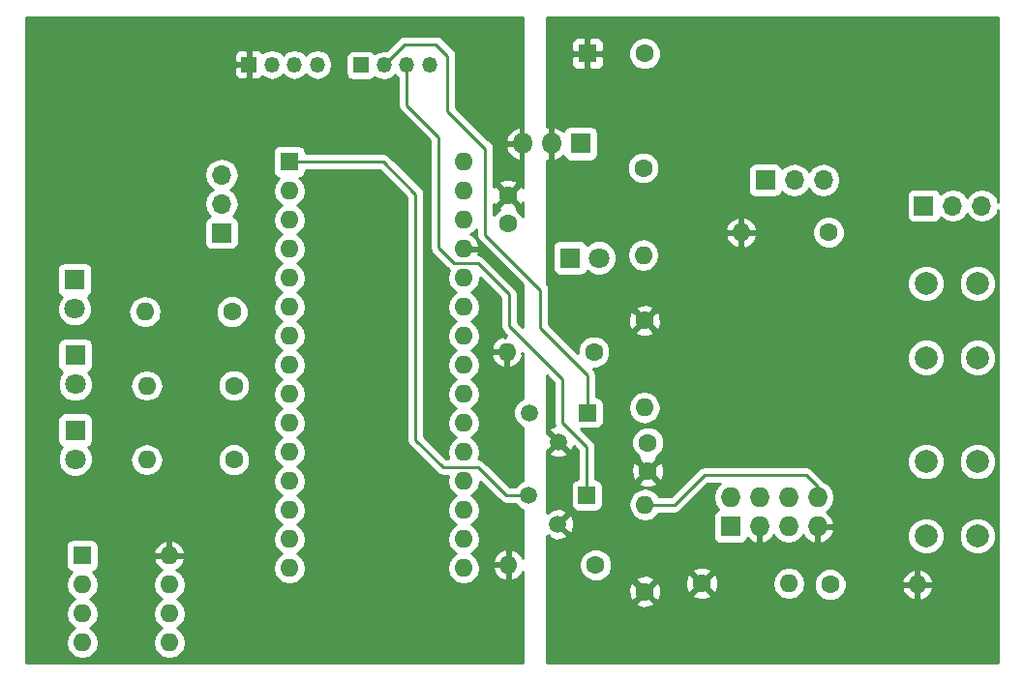
<source format=gbr>
G04 #@! TF.FileFunction,Copper,L2,Bot,Signal*
%FSLAX46Y46*%
G04 Gerber Fmt 4.6, Leading zero omitted, Abs format (unit mm)*
G04 Created by KiCad (PCBNEW 4.0.7) date 12/08/18 05:52:10*
%MOMM*%
%LPD*%
G01*
G04 APERTURE LIST*
%ADD10C,0.100000*%
%ADD11R,1.600000X1.600000*%
%ADD12O,1.600000X1.600000*%
%ADD13C,1.600000*%
%ADD14R,1.800000X1.800000*%
%ADD15C,1.800000*%
%ADD16R,1.350000X1.350000*%
%ADD17O,1.350000X1.350000*%
%ADD18C,1.520000*%
%ADD19R,1.520000X1.520000*%
%ADD20R,1.700000X1.700000*%
%ADD21O,1.700000X1.700000*%
%ADD22C,2.000000*%
%ADD23O,1.800000X1.800000*%
%ADD24R,1.727200X1.727200*%
%ADD25O,1.727200X1.727200*%
%ADD26C,0.250000*%
%ADD27C,0.254000*%
G04 APERTURE END LIST*
D10*
D11*
X138915001Y-87182600D03*
D12*
X154155001Y-120202600D03*
X138915001Y-89722600D03*
X154155001Y-117662600D03*
X138915001Y-92262600D03*
X154155001Y-115122600D03*
X138915001Y-94802600D03*
X154155001Y-112582600D03*
X138915001Y-97342600D03*
X154155001Y-110042600D03*
X138915001Y-99882600D03*
X154155001Y-107502600D03*
X138915001Y-102422600D03*
X154155001Y-104962600D03*
X138915001Y-104962600D03*
X154155001Y-102422600D03*
X138915001Y-107502600D03*
X154155001Y-99882600D03*
X138915001Y-110042600D03*
X154155001Y-97342600D03*
X138915001Y-112582600D03*
X154155001Y-94802600D03*
X138915001Y-115122600D03*
X154155001Y-92262600D03*
X138915001Y-117662600D03*
X154155001Y-89722600D03*
X138915001Y-120202600D03*
X154155001Y-87182600D03*
X138915001Y-122742600D03*
X154155001Y-122742600D03*
D13*
X158038800Y-90119200D03*
X158038800Y-92619200D03*
D11*
X164998400Y-77724000D03*
D13*
X169998400Y-77724000D03*
X170281600Y-114300000D03*
X170281600Y-111800000D03*
D14*
X163474400Y-95605600D03*
D15*
X166014400Y-95605600D03*
D14*
X120192800Y-110693200D03*
D15*
X120192800Y-113233200D03*
D14*
X120192800Y-104140000D03*
D15*
X120192800Y-106680000D03*
D14*
X120142000Y-97536000D03*
D15*
X120142000Y-100076000D03*
D16*
X145186400Y-78740000D03*
D17*
X147186400Y-78740000D03*
X149186400Y-78740000D03*
X151186400Y-78740000D03*
D16*
X135382000Y-78689200D03*
D17*
X137382000Y-78689200D03*
X139382000Y-78689200D03*
X141382000Y-78689200D03*
D18*
X162407600Y-118922800D03*
X159867600Y-116382800D03*
D19*
X164947600Y-116382800D03*
D18*
X162458400Y-111709200D03*
X159918400Y-109169200D03*
D19*
X164998400Y-109169200D03*
D13*
X165557200Y-103835200D03*
D12*
X157937200Y-103835200D03*
D13*
X165709600Y-122478800D03*
D12*
X158089600Y-122478800D03*
D13*
X134061200Y-113284000D03*
D12*
X126441200Y-113284000D03*
D13*
X134061200Y-106781600D03*
D12*
X126441200Y-106781600D03*
D13*
X175006000Y-124104400D03*
D12*
X182626000Y-124104400D03*
D13*
X133908800Y-100330000D03*
D12*
X126288800Y-100330000D03*
D13*
X169976800Y-101092000D03*
D12*
X169976800Y-108712000D03*
D13*
X186080400Y-93370400D03*
D12*
X178460400Y-93370400D03*
D13*
X169875200Y-87731600D03*
D12*
X169875200Y-95351600D03*
D13*
X186232800Y-124206000D03*
D12*
X193852800Y-124206000D03*
D13*
X170027600Y-124815600D03*
D12*
X170027600Y-117195600D03*
D20*
X132994400Y-93421200D03*
D21*
X132994400Y-90881200D03*
X132994400Y-88341200D03*
D22*
X199114800Y-119938800D03*
X194614800Y-119938800D03*
X199114800Y-113438800D03*
X194614800Y-113438800D03*
D20*
X194411600Y-91033600D03*
D21*
X196951600Y-91033600D03*
X199491600Y-91033600D03*
D20*
X180543200Y-88798400D03*
D21*
X183083200Y-88798400D03*
X185623200Y-88798400D03*
D22*
X199114800Y-104343200D03*
X194614800Y-104343200D03*
X199114800Y-97843200D03*
X194614800Y-97843200D03*
D14*
X164388800Y-85598000D03*
D23*
X161848800Y-85598000D03*
X159308800Y-85598000D03*
D24*
X177495200Y-119126000D03*
D25*
X177495200Y-116586000D03*
X180035200Y-119126000D03*
X180035200Y-116586000D03*
X182575200Y-119126000D03*
X182575200Y-116586000D03*
X185115200Y-119126000D03*
X185115200Y-116586000D03*
D11*
X120802400Y-121666000D03*
D12*
X128422400Y-129286000D03*
X120802400Y-124206000D03*
X128422400Y-126746000D03*
X120802400Y-126746000D03*
X128422400Y-124206000D03*
X120802400Y-129286000D03*
X128422400Y-121666000D03*
D26*
X159867600Y-116382800D02*
X157886400Y-116382800D01*
X147126600Y-87182600D02*
X138915001Y-87182600D01*
X149961600Y-90017600D02*
X147126600Y-87182600D01*
X149961600Y-111556800D02*
X149961600Y-90017600D01*
X152349200Y-113944400D02*
X149961600Y-111556800D01*
X155448000Y-113944400D02*
X152349200Y-113944400D01*
X157886400Y-116382800D02*
X155448000Y-113944400D01*
X164998400Y-109169200D02*
X164998400Y-105867200D01*
X149015200Y-76911200D02*
X147186400Y-78740000D01*
X151739600Y-76911200D02*
X149015200Y-76911200D01*
X152755600Y-77927200D02*
X151739600Y-76911200D01*
X152755600Y-82753200D02*
X152755600Y-77927200D01*
X156057600Y-86055200D02*
X152755600Y-82753200D01*
X156057600Y-93573600D02*
X156057600Y-86055200D01*
X160883600Y-98399600D02*
X156057600Y-93573600D01*
X160883600Y-101752400D02*
X160883600Y-98399600D01*
X164998400Y-105867200D02*
X160883600Y-101752400D01*
X170027600Y-117195600D02*
X172618400Y-117195600D01*
X185115200Y-115620800D02*
X185115200Y-116586000D01*
X184099200Y-114604800D02*
X185115200Y-115620800D01*
X175209200Y-114604800D02*
X184099200Y-114604800D01*
X172618400Y-117195600D02*
X175209200Y-114604800D01*
X164947600Y-116382800D02*
X164947600Y-112166400D01*
X149186400Y-82232000D02*
X149186400Y-78740000D01*
X151993600Y-85039200D02*
X149186400Y-82232000D01*
X151993600Y-94742000D02*
X151993600Y-85039200D01*
X153314400Y-96062800D02*
X151993600Y-94742000D01*
X155397200Y-96062800D02*
X153314400Y-96062800D01*
X158140400Y-98806000D02*
X155397200Y-96062800D01*
X158140400Y-101549200D02*
X158140400Y-98806000D01*
X162814000Y-106222800D02*
X158140400Y-101549200D01*
X162814000Y-110032800D02*
X162814000Y-106222800D01*
X164947600Y-112166400D02*
X162814000Y-110032800D01*
D27*
G36*
X159349184Y-89501645D02*
X159292664Y-89365195D01*
X159046545Y-89291061D01*
X158218405Y-90119200D01*
X159046545Y-90947339D01*
X159292664Y-90873205D01*
X159349953Y-90713821D01*
X159350792Y-92036711D01*
X159256043Y-91807400D01*
X158852723Y-91403376D01*
X158786256Y-91375777D01*
X158792805Y-91373064D01*
X158866939Y-91126945D01*
X158038800Y-90298805D01*
X157210661Y-91126945D01*
X157284795Y-91373064D01*
X157291283Y-91375396D01*
X157227000Y-91401957D01*
X156822976Y-91805277D01*
X156817600Y-91818224D01*
X156817600Y-90883044D01*
X157031055Y-90947339D01*
X157859195Y-90119200D01*
X157031055Y-89291061D01*
X156817600Y-89355356D01*
X156817600Y-89111455D01*
X157210661Y-89111455D01*
X158038800Y-89939595D01*
X158866939Y-89111455D01*
X158792805Y-88865336D01*
X158255577Y-88672235D01*
X157685346Y-88699422D01*
X157284795Y-88865336D01*
X157210661Y-89111455D01*
X156817600Y-89111455D01*
X156817600Y-86055200D01*
X156799208Y-85962740D01*
X157817764Y-85962740D01*
X157996560Y-86394417D01*
X158401224Y-86835966D01*
X158944058Y-87089046D01*
X159181800Y-86968997D01*
X159181800Y-85725000D01*
X157938422Y-85725000D01*
X157817764Y-85962740D01*
X156799208Y-85962740D01*
X156759748Y-85764360D01*
X156595001Y-85517799D01*
X156310462Y-85233260D01*
X157817764Y-85233260D01*
X157938422Y-85471000D01*
X159181800Y-85471000D01*
X159181800Y-84227003D01*
X158944058Y-84106954D01*
X158401224Y-84360034D01*
X157996560Y-84801583D01*
X157817764Y-85233260D01*
X156310462Y-85233260D01*
X153515600Y-82438398D01*
X153515600Y-77927200D01*
X153457748Y-77636361D01*
X153293001Y-77389799D01*
X152277001Y-76373799D01*
X152030439Y-76209052D01*
X151739600Y-76151200D01*
X149015200Y-76151200D01*
X148724361Y-76209052D01*
X148477799Y-76373799D01*
X147403982Y-77447616D01*
X147186400Y-77404336D01*
X146685085Y-77504054D01*
X146384336Y-77705008D01*
X146325490Y-77613559D01*
X146113290Y-77468569D01*
X145861400Y-77417560D01*
X144511400Y-77417560D01*
X144276083Y-77461838D01*
X144059959Y-77600910D01*
X143914969Y-77813110D01*
X143863960Y-78065000D01*
X143863960Y-79415000D01*
X143908238Y-79650317D01*
X144047310Y-79866441D01*
X144259510Y-80011431D01*
X144511400Y-80062440D01*
X145861400Y-80062440D01*
X146096717Y-80018162D01*
X146312841Y-79879090D01*
X146384083Y-79774823D01*
X146685085Y-79975946D01*
X147186400Y-80075664D01*
X147687715Y-79975946D01*
X148112710Y-79691974D01*
X148186400Y-79581689D01*
X148260090Y-79691974D01*
X148426400Y-79803099D01*
X148426400Y-82232000D01*
X148484252Y-82522839D01*
X148648999Y-82769401D01*
X151233600Y-85354002D01*
X151233600Y-94742000D01*
X151291452Y-95032839D01*
X151456199Y-95279401D01*
X152776999Y-96600201D01*
X152882945Y-96670992D01*
X152801121Y-96793449D01*
X152691888Y-97342600D01*
X152801121Y-97891751D01*
X153112190Y-98357298D01*
X153494276Y-98612600D01*
X153112190Y-98867902D01*
X152801121Y-99333449D01*
X152691888Y-99882600D01*
X152801121Y-100431751D01*
X153112190Y-100897298D01*
X153494276Y-101152600D01*
X153112190Y-101407902D01*
X152801121Y-101873449D01*
X152691888Y-102422600D01*
X152801121Y-102971751D01*
X153112190Y-103437298D01*
X153494276Y-103692600D01*
X153112190Y-103947902D01*
X152801121Y-104413449D01*
X152691888Y-104962600D01*
X152801121Y-105511751D01*
X153112190Y-105977298D01*
X153494276Y-106232600D01*
X153112190Y-106487902D01*
X152801121Y-106953449D01*
X152691888Y-107502600D01*
X152801121Y-108051751D01*
X153112190Y-108517298D01*
X153494276Y-108772600D01*
X153112190Y-109027902D01*
X152801121Y-109493449D01*
X152691888Y-110042600D01*
X152801121Y-110591751D01*
X153112190Y-111057298D01*
X153494276Y-111312600D01*
X153112190Y-111567902D01*
X152801121Y-112033449D01*
X152691888Y-112582600D01*
X152801121Y-113131751D01*
X152836300Y-113184400D01*
X152664002Y-113184400D01*
X150721600Y-111241998D01*
X150721600Y-90017600D01*
X150663748Y-89726761D01*
X150663748Y-89726760D01*
X150499001Y-89480199D01*
X147664001Y-86645199D01*
X147417439Y-86480452D01*
X147126600Y-86422600D01*
X140362441Y-86422600D01*
X140362441Y-86382600D01*
X140318163Y-86147283D01*
X140179091Y-85931159D01*
X139966891Y-85786169D01*
X139715001Y-85735160D01*
X138115001Y-85735160D01*
X137879684Y-85779438D01*
X137663560Y-85918510D01*
X137518570Y-86130710D01*
X137467561Y-86382600D01*
X137467561Y-87982600D01*
X137511839Y-88217917D01*
X137650911Y-88434041D01*
X137863111Y-88579031D01*
X138018090Y-88610415D01*
X137872190Y-88707902D01*
X137561121Y-89173449D01*
X137451888Y-89722600D01*
X137561121Y-90271751D01*
X137872190Y-90737298D01*
X138254276Y-90992600D01*
X137872190Y-91247902D01*
X137561121Y-91713449D01*
X137451888Y-92262600D01*
X137561121Y-92811751D01*
X137872190Y-93277298D01*
X138254276Y-93532600D01*
X137872190Y-93787902D01*
X137561121Y-94253449D01*
X137451888Y-94802600D01*
X137561121Y-95351751D01*
X137872190Y-95817298D01*
X138254276Y-96072600D01*
X137872190Y-96327902D01*
X137561121Y-96793449D01*
X137451888Y-97342600D01*
X137561121Y-97891751D01*
X137872190Y-98357298D01*
X138254276Y-98612600D01*
X137872190Y-98867902D01*
X137561121Y-99333449D01*
X137451888Y-99882600D01*
X137561121Y-100431751D01*
X137872190Y-100897298D01*
X138254276Y-101152600D01*
X137872190Y-101407902D01*
X137561121Y-101873449D01*
X137451888Y-102422600D01*
X137561121Y-102971751D01*
X137872190Y-103437298D01*
X138254276Y-103692600D01*
X137872190Y-103947902D01*
X137561121Y-104413449D01*
X137451888Y-104962600D01*
X137561121Y-105511751D01*
X137872190Y-105977298D01*
X138254276Y-106232600D01*
X137872190Y-106487902D01*
X137561121Y-106953449D01*
X137451888Y-107502600D01*
X137561121Y-108051751D01*
X137872190Y-108517298D01*
X138254276Y-108772600D01*
X137872190Y-109027902D01*
X137561121Y-109493449D01*
X137451888Y-110042600D01*
X137561121Y-110591751D01*
X137872190Y-111057298D01*
X138254276Y-111312600D01*
X137872190Y-111567902D01*
X137561121Y-112033449D01*
X137451888Y-112582600D01*
X137561121Y-113131751D01*
X137872190Y-113597298D01*
X138254276Y-113852600D01*
X137872190Y-114107902D01*
X137561121Y-114573449D01*
X137451888Y-115122600D01*
X137561121Y-115671751D01*
X137872190Y-116137298D01*
X138254276Y-116392600D01*
X137872190Y-116647902D01*
X137561121Y-117113449D01*
X137451888Y-117662600D01*
X137561121Y-118211751D01*
X137872190Y-118677298D01*
X138254276Y-118932600D01*
X137872190Y-119187902D01*
X137561121Y-119653449D01*
X137451888Y-120202600D01*
X137561121Y-120751751D01*
X137872190Y-121217298D01*
X138254276Y-121472600D01*
X137872190Y-121727902D01*
X137561121Y-122193449D01*
X137451888Y-122742600D01*
X137561121Y-123291751D01*
X137872190Y-123757298D01*
X138337737Y-124068367D01*
X138886888Y-124177600D01*
X138943114Y-124177600D01*
X139492265Y-124068367D01*
X139957812Y-123757298D01*
X140268881Y-123291751D01*
X140378114Y-122742600D01*
X140268881Y-122193449D01*
X139957812Y-121727902D01*
X139575726Y-121472600D01*
X139957812Y-121217298D01*
X140268881Y-120751751D01*
X140378114Y-120202600D01*
X140268881Y-119653449D01*
X139957812Y-119187902D01*
X139575726Y-118932600D01*
X139957812Y-118677298D01*
X140268881Y-118211751D01*
X140378114Y-117662600D01*
X140268881Y-117113449D01*
X139957812Y-116647902D01*
X139575726Y-116392600D01*
X139957812Y-116137298D01*
X140268881Y-115671751D01*
X140378114Y-115122600D01*
X140268881Y-114573449D01*
X139957812Y-114107902D01*
X139575726Y-113852600D01*
X139957812Y-113597298D01*
X140268881Y-113131751D01*
X140378114Y-112582600D01*
X140268881Y-112033449D01*
X139957812Y-111567902D01*
X139575726Y-111312600D01*
X139957812Y-111057298D01*
X140268881Y-110591751D01*
X140378114Y-110042600D01*
X140268881Y-109493449D01*
X139957812Y-109027902D01*
X139575726Y-108772600D01*
X139957812Y-108517298D01*
X140268881Y-108051751D01*
X140378114Y-107502600D01*
X140268881Y-106953449D01*
X139957812Y-106487902D01*
X139575726Y-106232600D01*
X139957812Y-105977298D01*
X140268881Y-105511751D01*
X140378114Y-104962600D01*
X140268881Y-104413449D01*
X139957812Y-103947902D01*
X139575726Y-103692600D01*
X139957812Y-103437298D01*
X140268881Y-102971751D01*
X140378114Y-102422600D01*
X140268881Y-101873449D01*
X139957812Y-101407902D01*
X139575726Y-101152600D01*
X139957812Y-100897298D01*
X140268881Y-100431751D01*
X140378114Y-99882600D01*
X140268881Y-99333449D01*
X139957812Y-98867902D01*
X139575726Y-98612600D01*
X139957812Y-98357298D01*
X140268881Y-97891751D01*
X140378114Y-97342600D01*
X140268881Y-96793449D01*
X139957812Y-96327902D01*
X139575726Y-96072600D01*
X139957812Y-95817298D01*
X140268881Y-95351751D01*
X140378114Y-94802600D01*
X140268881Y-94253449D01*
X139957812Y-93787902D01*
X139575726Y-93532600D01*
X139957812Y-93277298D01*
X140268881Y-92811751D01*
X140378114Y-92262600D01*
X140268881Y-91713449D01*
X139957812Y-91247902D01*
X139575726Y-90992600D01*
X139957812Y-90737298D01*
X140268881Y-90271751D01*
X140378114Y-89722600D01*
X140268881Y-89173449D01*
X139957812Y-88707902D01*
X139813536Y-88611499D01*
X139950318Y-88585762D01*
X140166442Y-88446690D01*
X140311432Y-88234490D01*
X140362441Y-87982600D01*
X140362441Y-87942600D01*
X146811798Y-87942600D01*
X149201600Y-90332402D01*
X149201600Y-111556800D01*
X149259452Y-111847639D01*
X149424199Y-112094201D01*
X151811799Y-114481801D01*
X152058360Y-114646548D01*
X152349200Y-114704400D01*
X152775073Y-114704400D01*
X152691888Y-115122600D01*
X152801121Y-115671751D01*
X153112190Y-116137298D01*
X153494276Y-116392600D01*
X153112190Y-116647902D01*
X152801121Y-117113449D01*
X152691888Y-117662600D01*
X152801121Y-118211751D01*
X153112190Y-118677298D01*
X153494276Y-118932600D01*
X153112190Y-119187902D01*
X152801121Y-119653449D01*
X152691888Y-120202600D01*
X152801121Y-120751751D01*
X153112190Y-121217298D01*
X153494276Y-121472600D01*
X153112190Y-121727902D01*
X152801121Y-122193449D01*
X152691888Y-122742600D01*
X152801121Y-123291751D01*
X153112190Y-123757298D01*
X153577737Y-124068367D01*
X154126888Y-124177600D01*
X154183114Y-124177600D01*
X154732265Y-124068367D01*
X155197812Y-123757298D01*
X155508881Y-123291751D01*
X155601158Y-122827839D01*
X156697696Y-122827839D01*
X156858559Y-123216223D01*
X157234466Y-123631189D01*
X157740559Y-123870714D01*
X157962600Y-123749429D01*
X157962600Y-122605800D01*
X156819685Y-122605800D01*
X156697696Y-122827839D01*
X155601158Y-122827839D01*
X155618114Y-122742600D01*
X155508881Y-122193449D01*
X155466326Y-122129761D01*
X156697696Y-122129761D01*
X156819685Y-122351800D01*
X157962600Y-122351800D01*
X157962600Y-121208171D01*
X157740559Y-121086886D01*
X157234466Y-121326411D01*
X156858559Y-121741377D01*
X156697696Y-122129761D01*
X155466326Y-122129761D01*
X155197812Y-121727902D01*
X154815726Y-121472600D01*
X155197812Y-121217298D01*
X155508881Y-120751751D01*
X155618114Y-120202600D01*
X155508881Y-119653449D01*
X155197812Y-119187902D01*
X154815726Y-118932600D01*
X155197812Y-118677298D01*
X155508881Y-118211751D01*
X155618114Y-117662600D01*
X155508881Y-117113449D01*
X155197812Y-116647902D01*
X154815726Y-116392600D01*
X155197812Y-116137298D01*
X155508881Y-115671751D01*
X155607045Y-115178247D01*
X157348999Y-116920201D01*
X157595560Y-117084948D01*
X157886400Y-117142800D01*
X158672233Y-117142800D01*
X158684287Y-117171972D01*
X159076364Y-117564734D01*
X159367066Y-117685444D01*
X159369715Y-121859861D01*
X159320641Y-121741377D01*
X158944734Y-121326411D01*
X158438641Y-121086886D01*
X158216600Y-121208171D01*
X158216600Y-122351800D01*
X158236600Y-122351800D01*
X158236600Y-122605800D01*
X158216600Y-122605800D01*
X158216600Y-123749429D01*
X158438641Y-123870714D01*
X158944734Y-123631189D01*
X159320641Y-123216223D01*
X159370499Y-123095846D01*
X159375524Y-131014400D01*
X115873600Y-131014400D01*
X115873600Y-124206000D01*
X119339287Y-124206000D01*
X119448520Y-124755151D01*
X119759589Y-125220698D01*
X120141675Y-125476000D01*
X119759589Y-125731302D01*
X119448520Y-126196849D01*
X119339287Y-126746000D01*
X119448520Y-127295151D01*
X119759589Y-127760698D01*
X120141675Y-128016000D01*
X119759589Y-128271302D01*
X119448520Y-128736849D01*
X119339287Y-129286000D01*
X119448520Y-129835151D01*
X119759589Y-130300698D01*
X120225136Y-130611767D01*
X120774287Y-130721000D01*
X120830513Y-130721000D01*
X121379664Y-130611767D01*
X121845211Y-130300698D01*
X122156280Y-129835151D01*
X122265513Y-129286000D01*
X122156280Y-128736849D01*
X121845211Y-128271302D01*
X121463125Y-128016000D01*
X121845211Y-127760698D01*
X122156280Y-127295151D01*
X122265513Y-126746000D01*
X122156280Y-126196849D01*
X121845211Y-125731302D01*
X121463125Y-125476000D01*
X121845211Y-125220698D01*
X122156280Y-124755151D01*
X122265513Y-124206000D01*
X126959287Y-124206000D01*
X127068520Y-124755151D01*
X127379589Y-125220698D01*
X127761675Y-125476000D01*
X127379589Y-125731302D01*
X127068520Y-126196849D01*
X126959287Y-126746000D01*
X127068520Y-127295151D01*
X127379589Y-127760698D01*
X127761675Y-128016000D01*
X127379589Y-128271302D01*
X127068520Y-128736849D01*
X126959287Y-129286000D01*
X127068520Y-129835151D01*
X127379589Y-130300698D01*
X127845136Y-130611767D01*
X128394287Y-130721000D01*
X128450513Y-130721000D01*
X128999664Y-130611767D01*
X129465211Y-130300698D01*
X129776280Y-129835151D01*
X129885513Y-129286000D01*
X129776280Y-128736849D01*
X129465211Y-128271302D01*
X129083125Y-128016000D01*
X129465211Y-127760698D01*
X129776280Y-127295151D01*
X129885513Y-126746000D01*
X129776280Y-126196849D01*
X129465211Y-125731302D01*
X129083125Y-125476000D01*
X129465211Y-125220698D01*
X129776280Y-124755151D01*
X129885513Y-124206000D01*
X129776280Y-123656849D01*
X129465211Y-123191302D01*
X129060697Y-122921014D01*
X129277534Y-122818389D01*
X129653441Y-122403423D01*
X129814304Y-122015039D01*
X129692315Y-121793000D01*
X128549400Y-121793000D01*
X128549400Y-121813000D01*
X128295400Y-121813000D01*
X128295400Y-121793000D01*
X127152485Y-121793000D01*
X127030496Y-122015039D01*
X127191359Y-122403423D01*
X127567266Y-122818389D01*
X127784103Y-122921014D01*
X127379589Y-123191302D01*
X127068520Y-123656849D01*
X126959287Y-124206000D01*
X122265513Y-124206000D01*
X122156280Y-123656849D01*
X121845211Y-123191302D01*
X121700935Y-123094899D01*
X121837717Y-123069162D01*
X122053841Y-122930090D01*
X122198831Y-122717890D01*
X122249840Y-122466000D01*
X122249840Y-121316961D01*
X127030496Y-121316961D01*
X127152485Y-121539000D01*
X128295400Y-121539000D01*
X128295400Y-120395371D01*
X128549400Y-120395371D01*
X128549400Y-121539000D01*
X129692315Y-121539000D01*
X129814304Y-121316961D01*
X129653441Y-120928577D01*
X129277534Y-120513611D01*
X128771441Y-120274086D01*
X128549400Y-120395371D01*
X128295400Y-120395371D01*
X128073359Y-120274086D01*
X127567266Y-120513611D01*
X127191359Y-120928577D01*
X127030496Y-121316961D01*
X122249840Y-121316961D01*
X122249840Y-120866000D01*
X122205562Y-120630683D01*
X122066490Y-120414559D01*
X121854290Y-120269569D01*
X121602400Y-120218560D01*
X120002400Y-120218560D01*
X119767083Y-120262838D01*
X119550959Y-120401910D01*
X119405969Y-120614110D01*
X119354960Y-120866000D01*
X119354960Y-122466000D01*
X119399238Y-122701317D01*
X119538310Y-122917441D01*
X119750510Y-123062431D01*
X119905489Y-123093815D01*
X119759589Y-123191302D01*
X119448520Y-123656849D01*
X119339287Y-124206000D01*
X115873600Y-124206000D01*
X115873600Y-109793200D01*
X118645360Y-109793200D01*
X118645360Y-111593200D01*
X118689638Y-111828517D01*
X118828710Y-112044641D01*
X119040910Y-112189631D01*
X119061334Y-112193767D01*
X118892249Y-112362557D01*
X118658067Y-112926530D01*
X118657535Y-113537191D01*
X118890732Y-114101571D01*
X119322157Y-114533751D01*
X119886130Y-114767933D01*
X120496791Y-114768465D01*
X121061171Y-114535268D01*
X121493351Y-114103843D01*
X121727533Y-113539870D01*
X121727755Y-113284000D01*
X124978087Y-113284000D01*
X125087320Y-113833151D01*
X125398389Y-114298698D01*
X125863936Y-114609767D01*
X126413087Y-114719000D01*
X126469313Y-114719000D01*
X127018464Y-114609767D01*
X127484011Y-114298698D01*
X127795080Y-113833151D01*
X127847784Y-113568187D01*
X132625952Y-113568187D01*
X132843957Y-114095800D01*
X133247277Y-114499824D01*
X133774509Y-114718750D01*
X134345387Y-114719248D01*
X134873000Y-114501243D01*
X135277024Y-114097923D01*
X135495950Y-113570691D01*
X135496448Y-112999813D01*
X135278443Y-112472200D01*
X134875123Y-112068176D01*
X134347891Y-111849250D01*
X133777013Y-111848752D01*
X133249400Y-112066757D01*
X132845376Y-112470077D01*
X132626450Y-112997309D01*
X132625952Y-113568187D01*
X127847784Y-113568187D01*
X127904313Y-113284000D01*
X127795080Y-112734849D01*
X127484011Y-112269302D01*
X127018464Y-111958233D01*
X126469313Y-111849000D01*
X126413087Y-111849000D01*
X125863936Y-111958233D01*
X125398389Y-112269302D01*
X125087320Y-112734849D01*
X124978087Y-113284000D01*
X121727755Y-113284000D01*
X121728065Y-112929209D01*
X121494868Y-112364829D01*
X121326920Y-112196587D01*
X121328117Y-112196362D01*
X121544241Y-112057290D01*
X121689231Y-111845090D01*
X121740240Y-111593200D01*
X121740240Y-109793200D01*
X121695962Y-109557883D01*
X121556890Y-109341759D01*
X121344690Y-109196769D01*
X121092800Y-109145760D01*
X119292800Y-109145760D01*
X119057483Y-109190038D01*
X118841359Y-109329110D01*
X118696369Y-109541310D01*
X118645360Y-109793200D01*
X115873600Y-109793200D01*
X115873600Y-103240000D01*
X118645360Y-103240000D01*
X118645360Y-105040000D01*
X118689638Y-105275317D01*
X118828710Y-105491441D01*
X119040910Y-105636431D01*
X119061334Y-105640567D01*
X118892249Y-105809357D01*
X118658067Y-106373330D01*
X118657535Y-106983991D01*
X118890732Y-107548371D01*
X119322157Y-107980551D01*
X119886130Y-108214733D01*
X120496791Y-108215265D01*
X121061171Y-107982068D01*
X121493351Y-107550643D01*
X121727533Y-106986670D01*
X121727711Y-106781600D01*
X124978087Y-106781600D01*
X125087320Y-107330751D01*
X125398389Y-107796298D01*
X125863936Y-108107367D01*
X126413087Y-108216600D01*
X126469313Y-108216600D01*
X127018464Y-108107367D01*
X127484011Y-107796298D01*
X127795080Y-107330751D01*
X127847784Y-107065787D01*
X132625952Y-107065787D01*
X132843957Y-107593400D01*
X133247277Y-107997424D01*
X133774509Y-108216350D01*
X134345387Y-108216848D01*
X134873000Y-107998843D01*
X135277024Y-107595523D01*
X135495950Y-107068291D01*
X135496448Y-106497413D01*
X135278443Y-105969800D01*
X134875123Y-105565776D01*
X134347891Y-105346850D01*
X133777013Y-105346352D01*
X133249400Y-105564357D01*
X132845376Y-105967677D01*
X132626450Y-106494909D01*
X132625952Y-107065787D01*
X127847784Y-107065787D01*
X127904313Y-106781600D01*
X127795080Y-106232449D01*
X127484011Y-105766902D01*
X127018464Y-105455833D01*
X126469313Y-105346600D01*
X126413087Y-105346600D01*
X125863936Y-105455833D01*
X125398389Y-105766902D01*
X125087320Y-106232449D01*
X124978087Y-106781600D01*
X121727711Y-106781600D01*
X121728065Y-106376009D01*
X121494868Y-105811629D01*
X121326920Y-105643387D01*
X121328117Y-105643162D01*
X121544241Y-105504090D01*
X121689231Y-105291890D01*
X121740240Y-105040000D01*
X121740240Y-103240000D01*
X121695962Y-103004683D01*
X121556890Y-102788559D01*
X121344690Y-102643569D01*
X121092800Y-102592560D01*
X119292800Y-102592560D01*
X119057483Y-102636838D01*
X118841359Y-102775910D01*
X118696369Y-102988110D01*
X118645360Y-103240000D01*
X115873600Y-103240000D01*
X115873600Y-96636000D01*
X118594560Y-96636000D01*
X118594560Y-98436000D01*
X118638838Y-98671317D01*
X118777910Y-98887441D01*
X118990110Y-99032431D01*
X119010534Y-99036567D01*
X118841449Y-99205357D01*
X118607267Y-99769330D01*
X118606735Y-100379991D01*
X118839932Y-100944371D01*
X119271357Y-101376551D01*
X119835330Y-101610733D01*
X120445991Y-101611265D01*
X121010371Y-101378068D01*
X121442551Y-100946643D01*
X121676733Y-100382670D01*
X121676778Y-100330000D01*
X124825687Y-100330000D01*
X124934920Y-100879151D01*
X125245989Y-101344698D01*
X125711536Y-101655767D01*
X126260687Y-101765000D01*
X126316913Y-101765000D01*
X126866064Y-101655767D01*
X127331611Y-101344698D01*
X127642680Y-100879151D01*
X127695384Y-100614187D01*
X132473552Y-100614187D01*
X132691557Y-101141800D01*
X133094877Y-101545824D01*
X133622109Y-101764750D01*
X134192987Y-101765248D01*
X134720600Y-101547243D01*
X135124624Y-101143923D01*
X135343550Y-100616691D01*
X135344048Y-100045813D01*
X135126043Y-99518200D01*
X134722723Y-99114176D01*
X134195491Y-98895250D01*
X133624613Y-98894752D01*
X133097000Y-99112757D01*
X132692976Y-99516077D01*
X132474050Y-100043309D01*
X132473552Y-100614187D01*
X127695384Y-100614187D01*
X127751913Y-100330000D01*
X127642680Y-99780849D01*
X127331611Y-99315302D01*
X126866064Y-99004233D01*
X126316913Y-98895000D01*
X126260687Y-98895000D01*
X125711536Y-99004233D01*
X125245989Y-99315302D01*
X124934920Y-99780849D01*
X124825687Y-100330000D01*
X121676778Y-100330000D01*
X121677265Y-99772009D01*
X121444068Y-99207629D01*
X121276120Y-99039387D01*
X121277317Y-99039162D01*
X121493441Y-98900090D01*
X121638431Y-98687890D01*
X121689440Y-98436000D01*
X121689440Y-96636000D01*
X121645162Y-96400683D01*
X121506090Y-96184559D01*
X121293890Y-96039569D01*
X121042000Y-95988560D01*
X119242000Y-95988560D01*
X119006683Y-96032838D01*
X118790559Y-96171910D01*
X118645569Y-96384110D01*
X118594560Y-96636000D01*
X115873600Y-96636000D01*
X115873600Y-88341200D01*
X131480307Y-88341200D01*
X131593346Y-88909485D01*
X131915253Y-89391254D01*
X132244426Y-89611200D01*
X131915253Y-89831146D01*
X131593346Y-90312915D01*
X131480307Y-90881200D01*
X131593346Y-91449485D01*
X131915253Y-91931254D01*
X131956852Y-91959050D01*
X131909083Y-91968038D01*
X131692959Y-92107110D01*
X131547969Y-92319310D01*
X131496960Y-92571200D01*
X131496960Y-94271200D01*
X131541238Y-94506517D01*
X131680310Y-94722641D01*
X131892510Y-94867631D01*
X132144400Y-94918640D01*
X133844400Y-94918640D01*
X134079717Y-94874362D01*
X134295841Y-94735290D01*
X134440831Y-94523090D01*
X134491840Y-94271200D01*
X134491840Y-92571200D01*
X134447562Y-92335883D01*
X134308490Y-92119759D01*
X134096290Y-91974769D01*
X134028859Y-91961114D01*
X134073547Y-91931254D01*
X134395454Y-91449485D01*
X134508493Y-90881200D01*
X134395454Y-90312915D01*
X134073547Y-89831146D01*
X133744374Y-89611200D01*
X134073547Y-89391254D01*
X134395454Y-88909485D01*
X134508493Y-88341200D01*
X134395454Y-87772915D01*
X134073547Y-87291146D01*
X133591778Y-86969239D01*
X133023493Y-86856200D01*
X132965307Y-86856200D01*
X132397022Y-86969239D01*
X131915253Y-87291146D01*
X131593346Y-87772915D01*
X131480307Y-88341200D01*
X115873600Y-88341200D01*
X115873600Y-78974950D01*
X134072000Y-78974950D01*
X134072000Y-79490509D01*
X134168673Y-79723898D01*
X134347301Y-79902527D01*
X134580690Y-79999200D01*
X135096250Y-79999200D01*
X135255000Y-79840450D01*
X135255000Y-78816200D01*
X134230750Y-78816200D01*
X134072000Y-78974950D01*
X115873600Y-78974950D01*
X115873600Y-77887891D01*
X134072000Y-77887891D01*
X134072000Y-78403450D01*
X134230750Y-78562200D01*
X135255000Y-78562200D01*
X135255000Y-77537950D01*
X135509000Y-77537950D01*
X135509000Y-78562200D01*
X135529000Y-78562200D01*
X135529000Y-78816200D01*
X135509000Y-78816200D01*
X135509000Y-79840450D01*
X135667750Y-79999200D01*
X136183310Y-79999200D01*
X136416699Y-79902527D01*
X136588986Y-79730239D01*
X136880685Y-79925146D01*
X137382000Y-80024864D01*
X137883315Y-79925146D01*
X138308310Y-79641174D01*
X138382000Y-79530889D01*
X138455690Y-79641174D01*
X138880685Y-79925146D01*
X139382000Y-80024864D01*
X139883315Y-79925146D01*
X140308310Y-79641174D01*
X140382000Y-79530889D01*
X140455690Y-79641174D01*
X140880685Y-79925146D01*
X141382000Y-80024864D01*
X141883315Y-79925146D01*
X142308310Y-79641174D01*
X142592282Y-79216179D01*
X142692000Y-78714864D01*
X142692000Y-78663536D01*
X142592282Y-78162221D01*
X142308310Y-77737226D01*
X141883315Y-77453254D01*
X141382000Y-77353536D01*
X140880685Y-77453254D01*
X140455690Y-77737226D01*
X140382000Y-77847511D01*
X140308310Y-77737226D01*
X139883315Y-77453254D01*
X139382000Y-77353536D01*
X138880685Y-77453254D01*
X138455690Y-77737226D01*
X138382000Y-77847511D01*
X138308310Y-77737226D01*
X137883315Y-77453254D01*
X137382000Y-77353536D01*
X136880685Y-77453254D01*
X136588986Y-77648161D01*
X136416699Y-77475873D01*
X136183310Y-77379200D01*
X135667750Y-77379200D01*
X135509000Y-77537950D01*
X135255000Y-77537950D01*
X135096250Y-77379200D01*
X134580690Y-77379200D01*
X134347301Y-77475873D01*
X134168673Y-77654502D01*
X134072000Y-77887891D01*
X115873600Y-77887891D01*
X115873600Y-74573200D01*
X159339711Y-74573200D01*
X159349184Y-89501645D01*
X159349184Y-89501645D01*
G37*
X159349184Y-89501645D02*
X159292664Y-89365195D01*
X159046545Y-89291061D01*
X158218405Y-90119200D01*
X159046545Y-90947339D01*
X159292664Y-90873205D01*
X159349953Y-90713821D01*
X159350792Y-92036711D01*
X159256043Y-91807400D01*
X158852723Y-91403376D01*
X158786256Y-91375777D01*
X158792805Y-91373064D01*
X158866939Y-91126945D01*
X158038800Y-90298805D01*
X157210661Y-91126945D01*
X157284795Y-91373064D01*
X157291283Y-91375396D01*
X157227000Y-91401957D01*
X156822976Y-91805277D01*
X156817600Y-91818224D01*
X156817600Y-90883044D01*
X157031055Y-90947339D01*
X157859195Y-90119200D01*
X157031055Y-89291061D01*
X156817600Y-89355356D01*
X156817600Y-89111455D01*
X157210661Y-89111455D01*
X158038800Y-89939595D01*
X158866939Y-89111455D01*
X158792805Y-88865336D01*
X158255577Y-88672235D01*
X157685346Y-88699422D01*
X157284795Y-88865336D01*
X157210661Y-89111455D01*
X156817600Y-89111455D01*
X156817600Y-86055200D01*
X156799208Y-85962740D01*
X157817764Y-85962740D01*
X157996560Y-86394417D01*
X158401224Y-86835966D01*
X158944058Y-87089046D01*
X159181800Y-86968997D01*
X159181800Y-85725000D01*
X157938422Y-85725000D01*
X157817764Y-85962740D01*
X156799208Y-85962740D01*
X156759748Y-85764360D01*
X156595001Y-85517799D01*
X156310462Y-85233260D01*
X157817764Y-85233260D01*
X157938422Y-85471000D01*
X159181800Y-85471000D01*
X159181800Y-84227003D01*
X158944058Y-84106954D01*
X158401224Y-84360034D01*
X157996560Y-84801583D01*
X157817764Y-85233260D01*
X156310462Y-85233260D01*
X153515600Y-82438398D01*
X153515600Y-77927200D01*
X153457748Y-77636361D01*
X153293001Y-77389799D01*
X152277001Y-76373799D01*
X152030439Y-76209052D01*
X151739600Y-76151200D01*
X149015200Y-76151200D01*
X148724361Y-76209052D01*
X148477799Y-76373799D01*
X147403982Y-77447616D01*
X147186400Y-77404336D01*
X146685085Y-77504054D01*
X146384336Y-77705008D01*
X146325490Y-77613559D01*
X146113290Y-77468569D01*
X145861400Y-77417560D01*
X144511400Y-77417560D01*
X144276083Y-77461838D01*
X144059959Y-77600910D01*
X143914969Y-77813110D01*
X143863960Y-78065000D01*
X143863960Y-79415000D01*
X143908238Y-79650317D01*
X144047310Y-79866441D01*
X144259510Y-80011431D01*
X144511400Y-80062440D01*
X145861400Y-80062440D01*
X146096717Y-80018162D01*
X146312841Y-79879090D01*
X146384083Y-79774823D01*
X146685085Y-79975946D01*
X147186400Y-80075664D01*
X147687715Y-79975946D01*
X148112710Y-79691974D01*
X148186400Y-79581689D01*
X148260090Y-79691974D01*
X148426400Y-79803099D01*
X148426400Y-82232000D01*
X148484252Y-82522839D01*
X148648999Y-82769401D01*
X151233600Y-85354002D01*
X151233600Y-94742000D01*
X151291452Y-95032839D01*
X151456199Y-95279401D01*
X152776999Y-96600201D01*
X152882945Y-96670992D01*
X152801121Y-96793449D01*
X152691888Y-97342600D01*
X152801121Y-97891751D01*
X153112190Y-98357298D01*
X153494276Y-98612600D01*
X153112190Y-98867902D01*
X152801121Y-99333449D01*
X152691888Y-99882600D01*
X152801121Y-100431751D01*
X153112190Y-100897298D01*
X153494276Y-101152600D01*
X153112190Y-101407902D01*
X152801121Y-101873449D01*
X152691888Y-102422600D01*
X152801121Y-102971751D01*
X153112190Y-103437298D01*
X153494276Y-103692600D01*
X153112190Y-103947902D01*
X152801121Y-104413449D01*
X152691888Y-104962600D01*
X152801121Y-105511751D01*
X153112190Y-105977298D01*
X153494276Y-106232600D01*
X153112190Y-106487902D01*
X152801121Y-106953449D01*
X152691888Y-107502600D01*
X152801121Y-108051751D01*
X153112190Y-108517298D01*
X153494276Y-108772600D01*
X153112190Y-109027902D01*
X152801121Y-109493449D01*
X152691888Y-110042600D01*
X152801121Y-110591751D01*
X153112190Y-111057298D01*
X153494276Y-111312600D01*
X153112190Y-111567902D01*
X152801121Y-112033449D01*
X152691888Y-112582600D01*
X152801121Y-113131751D01*
X152836300Y-113184400D01*
X152664002Y-113184400D01*
X150721600Y-111241998D01*
X150721600Y-90017600D01*
X150663748Y-89726761D01*
X150663748Y-89726760D01*
X150499001Y-89480199D01*
X147664001Y-86645199D01*
X147417439Y-86480452D01*
X147126600Y-86422600D01*
X140362441Y-86422600D01*
X140362441Y-86382600D01*
X140318163Y-86147283D01*
X140179091Y-85931159D01*
X139966891Y-85786169D01*
X139715001Y-85735160D01*
X138115001Y-85735160D01*
X137879684Y-85779438D01*
X137663560Y-85918510D01*
X137518570Y-86130710D01*
X137467561Y-86382600D01*
X137467561Y-87982600D01*
X137511839Y-88217917D01*
X137650911Y-88434041D01*
X137863111Y-88579031D01*
X138018090Y-88610415D01*
X137872190Y-88707902D01*
X137561121Y-89173449D01*
X137451888Y-89722600D01*
X137561121Y-90271751D01*
X137872190Y-90737298D01*
X138254276Y-90992600D01*
X137872190Y-91247902D01*
X137561121Y-91713449D01*
X137451888Y-92262600D01*
X137561121Y-92811751D01*
X137872190Y-93277298D01*
X138254276Y-93532600D01*
X137872190Y-93787902D01*
X137561121Y-94253449D01*
X137451888Y-94802600D01*
X137561121Y-95351751D01*
X137872190Y-95817298D01*
X138254276Y-96072600D01*
X137872190Y-96327902D01*
X137561121Y-96793449D01*
X137451888Y-97342600D01*
X137561121Y-97891751D01*
X137872190Y-98357298D01*
X138254276Y-98612600D01*
X137872190Y-98867902D01*
X137561121Y-99333449D01*
X137451888Y-99882600D01*
X137561121Y-100431751D01*
X137872190Y-100897298D01*
X138254276Y-101152600D01*
X137872190Y-101407902D01*
X137561121Y-101873449D01*
X137451888Y-102422600D01*
X137561121Y-102971751D01*
X137872190Y-103437298D01*
X138254276Y-103692600D01*
X137872190Y-103947902D01*
X137561121Y-104413449D01*
X137451888Y-104962600D01*
X137561121Y-105511751D01*
X137872190Y-105977298D01*
X138254276Y-106232600D01*
X137872190Y-106487902D01*
X137561121Y-106953449D01*
X137451888Y-107502600D01*
X137561121Y-108051751D01*
X137872190Y-108517298D01*
X138254276Y-108772600D01*
X137872190Y-109027902D01*
X137561121Y-109493449D01*
X137451888Y-110042600D01*
X137561121Y-110591751D01*
X137872190Y-111057298D01*
X138254276Y-111312600D01*
X137872190Y-111567902D01*
X137561121Y-112033449D01*
X137451888Y-112582600D01*
X137561121Y-113131751D01*
X137872190Y-113597298D01*
X138254276Y-113852600D01*
X137872190Y-114107902D01*
X137561121Y-114573449D01*
X137451888Y-115122600D01*
X137561121Y-115671751D01*
X137872190Y-116137298D01*
X138254276Y-116392600D01*
X137872190Y-116647902D01*
X137561121Y-117113449D01*
X137451888Y-117662600D01*
X137561121Y-118211751D01*
X137872190Y-118677298D01*
X138254276Y-118932600D01*
X137872190Y-119187902D01*
X137561121Y-119653449D01*
X137451888Y-120202600D01*
X137561121Y-120751751D01*
X137872190Y-121217298D01*
X138254276Y-121472600D01*
X137872190Y-121727902D01*
X137561121Y-122193449D01*
X137451888Y-122742600D01*
X137561121Y-123291751D01*
X137872190Y-123757298D01*
X138337737Y-124068367D01*
X138886888Y-124177600D01*
X138943114Y-124177600D01*
X139492265Y-124068367D01*
X139957812Y-123757298D01*
X140268881Y-123291751D01*
X140378114Y-122742600D01*
X140268881Y-122193449D01*
X139957812Y-121727902D01*
X139575726Y-121472600D01*
X139957812Y-121217298D01*
X140268881Y-120751751D01*
X140378114Y-120202600D01*
X140268881Y-119653449D01*
X139957812Y-119187902D01*
X139575726Y-118932600D01*
X139957812Y-118677298D01*
X140268881Y-118211751D01*
X140378114Y-117662600D01*
X140268881Y-117113449D01*
X139957812Y-116647902D01*
X139575726Y-116392600D01*
X139957812Y-116137298D01*
X140268881Y-115671751D01*
X140378114Y-115122600D01*
X140268881Y-114573449D01*
X139957812Y-114107902D01*
X139575726Y-113852600D01*
X139957812Y-113597298D01*
X140268881Y-113131751D01*
X140378114Y-112582600D01*
X140268881Y-112033449D01*
X139957812Y-111567902D01*
X139575726Y-111312600D01*
X139957812Y-111057298D01*
X140268881Y-110591751D01*
X140378114Y-110042600D01*
X140268881Y-109493449D01*
X139957812Y-109027902D01*
X139575726Y-108772600D01*
X139957812Y-108517298D01*
X140268881Y-108051751D01*
X140378114Y-107502600D01*
X140268881Y-106953449D01*
X139957812Y-106487902D01*
X139575726Y-106232600D01*
X139957812Y-105977298D01*
X140268881Y-105511751D01*
X140378114Y-104962600D01*
X140268881Y-104413449D01*
X139957812Y-103947902D01*
X139575726Y-103692600D01*
X139957812Y-103437298D01*
X140268881Y-102971751D01*
X140378114Y-102422600D01*
X140268881Y-101873449D01*
X139957812Y-101407902D01*
X139575726Y-101152600D01*
X139957812Y-100897298D01*
X140268881Y-100431751D01*
X140378114Y-99882600D01*
X140268881Y-99333449D01*
X139957812Y-98867902D01*
X139575726Y-98612600D01*
X139957812Y-98357298D01*
X140268881Y-97891751D01*
X140378114Y-97342600D01*
X140268881Y-96793449D01*
X139957812Y-96327902D01*
X139575726Y-96072600D01*
X139957812Y-95817298D01*
X140268881Y-95351751D01*
X140378114Y-94802600D01*
X140268881Y-94253449D01*
X139957812Y-93787902D01*
X139575726Y-93532600D01*
X139957812Y-93277298D01*
X140268881Y-92811751D01*
X140378114Y-92262600D01*
X140268881Y-91713449D01*
X139957812Y-91247902D01*
X139575726Y-90992600D01*
X139957812Y-90737298D01*
X140268881Y-90271751D01*
X140378114Y-89722600D01*
X140268881Y-89173449D01*
X139957812Y-88707902D01*
X139813536Y-88611499D01*
X139950318Y-88585762D01*
X140166442Y-88446690D01*
X140311432Y-88234490D01*
X140362441Y-87982600D01*
X140362441Y-87942600D01*
X146811798Y-87942600D01*
X149201600Y-90332402D01*
X149201600Y-111556800D01*
X149259452Y-111847639D01*
X149424199Y-112094201D01*
X151811799Y-114481801D01*
X152058360Y-114646548D01*
X152349200Y-114704400D01*
X152775073Y-114704400D01*
X152691888Y-115122600D01*
X152801121Y-115671751D01*
X153112190Y-116137298D01*
X153494276Y-116392600D01*
X153112190Y-116647902D01*
X152801121Y-117113449D01*
X152691888Y-117662600D01*
X152801121Y-118211751D01*
X153112190Y-118677298D01*
X153494276Y-118932600D01*
X153112190Y-119187902D01*
X152801121Y-119653449D01*
X152691888Y-120202600D01*
X152801121Y-120751751D01*
X153112190Y-121217298D01*
X153494276Y-121472600D01*
X153112190Y-121727902D01*
X152801121Y-122193449D01*
X152691888Y-122742600D01*
X152801121Y-123291751D01*
X153112190Y-123757298D01*
X153577737Y-124068367D01*
X154126888Y-124177600D01*
X154183114Y-124177600D01*
X154732265Y-124068367D01*
X155197812Y-123757298D01*
X155508881Y-123291751D01*
X155601158Y-122827839D01*
X156697696Y-122827839D01*
X156858559Y-123216223D01*
X157234466Y-123631189D01*
X157740559Y-123870714D01*
X157962600Y-123749429D01*
X157962600Y-122605800D01*
X156819685Y-122605800D01*
X156697696Y-122827839D01*
X155601158Y-122827839D01*
X155618114Y-122742600D01*
X155508881Y-122193449D01*
X155466326Y-122129761D01*
X156697696Y-122129761D01*
X156819685Y-122351800D01*
X157962600Y-122351800D01*
X157962600Y-121208171D01*
X157740559Y-121086886D01*
X157234466Y-121326411D01*
X156858559Y-121741377D01*
X156697696Y-122129761D01*
X155466326Y-122129761D01*
X155197812Y-121727902D01*
X154815726Y-121472600D01*
X155197812Y-121217298D01*
X155508881Y-120751751D01*
X155618114Y-120202600D01*
X155508881Y-119653449D01*
X155197812Y-119187902D01*
X154815726Y-118932600D01*
X155197812Y-118677298D01*
X155508881Y-118211751D01*
X155618114Y-117662600D01*
X155508881Y-117113449D01*
X155197812Y-116647902D01*
X154815726Y-116392600D01*
X155197812Y-116137298D01*
X155508881Y-115671751D01*
X155607045Y-115178247D01*
X157348999Y-116920201D01*
X157595560Y-117084948D01*
X157886400Y-117142800D01*
X158672233Y-117142800D01*
X158684287Y-117171972D01*
X159076364Y-117564734D01*
X159367066Y-117685444D01*
X159369715Y-121859861D01*
X159320641Y-121741377D01*
X158944734Y-121326411D01*
X158438641Y-121086886D01*
X158216600Y-121208171D01*
X158216600Y-122351800D01*
X158236600Y-122351800D01*
X158236600Y-122605800D01*
X158216600Y-122605800D01*
X158216600Y-123749429D01*
X158438641Y-123870714D01*
X158944734Y-123631189D01*
X159320641Y-123216223D01*
X159370499Y-123095846D01*
X159375524Y-131014400D01*
X115873600Y-131014400D01*
X115873600Y-124206000D01*
X119339287Y-124206000D01*
X119448520Y-124755151D01*
X119759589Y-125220698D01*
X120141675Y-125476000D01*
X119759589Y-125731302D01*
X119448520Y-126196849D01*
X119339287Y-126746000D01*
X119448520Y-127295151D01*
X119759589Y-127760698D01*
X120141675Y-128016000D01*
X119759589Y-128271302D01*
X119448520Y-128736849D01*
X119339287Y-129286000D01*
X119448520Y-129835151D01*
X119759589Y-130300698D01*
X120225136Y-130611767D01*
X120774287Y-130721000D01*
X120830513Y-130721000D01*
X121379664Y-130611767D01*
X121845211Y-130300698D01*
X122156280Y-129835151D01*
X122265513Y-129286000D01*
X122156280Y-128736849D01*
X121845211Y-128271302D01*
X121463125Y-128016000D01*
X121845211Y-127760698D01*
X122156280Y-127295151D01*
X122265513Y-126746000D01*
X122156280Y-126196849D01*
X121845211Y-125731302D01*
X121463125Y-125476000D01*
X121845211Y-125220698D01*
X122156280Y-124755151D01*
X122265513Y-124206000D01*
X126959287Y-124206000D01*
X127068520Y-124755151D01*
X127379589Y-125220698D01*
X127761675Y-125476000D01*
X127379589Y-125731302D01*
X127068520Y-126196849D01*
X126959287Y-126746000D01*
X127068520Y-127295151D01*
X127379589Y-127760698D01*
X127761675Y-128016000D01*
X127379589Y-128271302D01*
X127068520Y-128736849D01*
X126959287Y-129286000D01*
X127068520Y-129835151D01*
X127379589Y-130300698D01*
X127845136Y-130611767D01*
X128394287Y-130721000D01*
X128450513Y-130721000D01*
X128999664Y-130611767D01*
X129465211Y-130300698D01*
X129776280Y-129835151D01*
X129885513Y-129286000D01*
X129776280Y-128736849D01*
X129465211Y-128271302D01*
X129083125Y-128016000D01*
X129465211Y-127760698D01*
X129776280Y-127295151D01*
X129885513Y-126746000D01*
X129776280Y-126196849D01*
X129465211Y-125731302D01*
X129083125Y-125476000D01*
X129465211Y-125220698D01*
X129776280Y-124755151D01*
X129885513Y-124206000D01*
X129776280Y-123656849D01*
X129465211Y-123191302D01*
X129060697Y-122921014D01*
X129277534Y-122818389D01*
X129653441Y-122403423D01*
X129814304Y-122015039D01*
X129692315Y-121793000D01*
X128549400Y-121793000D01*
X128549400Y-121813000D01*
X128295400Y-121813000D01*
X128295400Y-121793000D01*
X127152485Y-121793000D01*
X127030496Y-122015039D01*
X127191359Y-122403423D01*
X127567266Y-122818389D01*
X127784103Y-122921014D01*
X127379589Y-123191302D01*
X127068520Y-123656849D01*
X126959287Y-124206000D01*
X122265513Y-124206000D01*
X122156280Y-123656849D01*
X121845211Y-123191302D01*
X121700935Y-123094899D01*
X121837717Y-123069162D01*
X122053841Y-122930090D01*
X122198831Y-122717890D01*
X122249840Y-122466000D01*
X122249840Y-121316961D01*
X127030496Y-121316961D01*
X127152485Y-121539000D01*
X128295400Y-121539000D01*
X128295400Y-120395371D01*
X128549400Y-120395371D01*
X128549400Y-121539000D01*
X129692315Y-121539000D01*
X129814304Y-121316961D01*
X129653441Y-120928577D01*
X129277534Y-120513611D01*
X128771441Y-120274086D01*
X128549400Y-120395371D01*
X128295400Y-120395371D01*
X128073359Y-120274086D01*
X127567266Y-120513611D01*
X127191359Y-120928577D01*
X127030496Y-121316961D01*
X122249840Y-121316961D01*
X122249840Y-120866000D01*
X122205562Y-120630683D01*
X122066490Y-120414559D01*
X121854290Y-120269569D01*
X121602400Y-120218560D01*
X120002400Y-120218560D01*
X119767083Y-120262838D01*
X119550959Y-120401910D01*
X119405969Y-120614110D01*
X119354960Y-120866000D01*
X119354960Y-122466000D01*
X119399238Y-122701317D01*
X119538310Y-122917441D01*
X119750510Y-123062431D01*
X119905489Y-123093815D01*
X119759589Y-123191302D01*
X119448520Y-123656849D01*
X119339287Y-124206000D01*
X115873600Y-124206000D01*
X115873600Y-109793200D01*
X118645360Y-109793200D01*
X118645360Y-111593200D01*
X118689638Y-111828517D01*
X118828710Y-112044641D01*
X119040910Y-112189631D01*
X119061334Y-112193767D01*
X118892249Y-112362557D01*
X118658067Y-112926530D01*
X118657535Y-113537191D01*
X118890732Y-114101571D01*
X119322157Y-114533751D01*
X119886130Y-114767933D01*
X120496791Y-114768465D01*
X121061171Y-114535268D01*
X121493351Y-114103843D01*
X121727533Y-113539870D01*
X121727755Y-113284000D01*
X124978087Y-113284000D01*
X125087320Y-113833151D01*
X125398389Y-114298698D01*
X125863936Y-114609767D01*
X126413087Y-114719000D01*
X126469313Y-114719000D01*
X127018464Y-114609767D01*
X127484011Y-114298698D01*
X127795080Y-113833151D01*
X127847784Y-113568187D01*
X132625952Y-113568187D01*
X132843957Y-114095800D01*
X133247277Y-114499824D01*
X133774509Y-114718750D01*
X134345387Y-114719248D01*
X134873000Y-114501243D01*
X135277024Y-114097923D01*
X135495950Y-113570691D01*
X135496448Y-112999813D01*
X135278443Y-112472200D01*
X134875123Y-112068176D01*
X134347891Y-111849250D01*
X133777013Y-111848752D01*
X133249400Y-112066757D01*
X132845376Y-112470077D01*
X132626450Y-112997309D01*
X132625952Y-113568187D01*
X127847784Y-113568187D01*
X127904313Y-113284000D01*
X127795080Y-112734849D01*
X127484011Y-112269302D01*
X127018464Y-111958233D01*
X126469313Y-111849000D01*
X126413087Y-111849000D01*
X125863936Y-111958233D01*
X125398389Y-112269302D01*
X125087320Y-112734849D01*
X124978087Y-113284000D01*
X121727755Y-113284000D01*
X121728065Y-112929209D01*
X121494868Y-112364829D01*
X121326920Y-112196587D01*
X121328117Y-112196362D01*
X121544241Y-112057290D01*
X121689231Y-111845090D01*
X121740240Y-111593200D01*
X121740240Y-109793200D01*
X121695962Y-109557883D01*
X121556890Y-109341759D01*
X121344690Y-109196769D01*
X121092800Y-109145760D01*
X119292800Y-109145760D01*
X119057483Y-109190038D01*
X118841359Y-109329110D01*
X118696369Y-109541310D01*
X118645360Y-109793200D01*
X115873600Y-109793200D01*
X115873600Y-103240000D01*
X118645360Y-103240000D01*
X118645360Y-105040000D01*
X118689638Y-105275317D01*
X118828710Y-105491441D01*
X119040910Y-105636431D01*
X119061334Y-105640567D01*
X118892249Y-105809357D01*
X118658067Y-106373330D01*
X118657535Y-106983991D01*
X118890732Y-107548371D01*
X119322157Y-107980551D01*
X119886130Y-108214733D01*
X120496791Y-108215265D01*
X121061171Y-107982068D01*
X121493351Y-107550643D01*
X121727533Y-106986670D01*
X121727711Y-106781600D01*
X124978087Y-106781600D01*
X125087320Y-107330751D01*
X125398389Y-107796298D01*
X125863936Y-108107367D01*
X126413087Y-108216600D01*
X126469313Y-108216600D01*
X127018464Y-108107367D01*
X127484011Y-107796298D01*
X127795080Y-107330751D01*
X127847784Y-107065787D01*
X132625952Y-107065787D01*
X132843957Y-107593400D01*
X133247277Y-107997424D01*
X133774509Y-108216350D01*
X134345387Y-108216848D01*
X134873000Y-107998843D01*
X135277024Y-107595523D01*
X135495950Y-107068291D01*
X135496448Y-106497413D01*
X135278443Y-105969800D01*
X134875123Y-105565776D01*
X134347891Y-105346850D01*
X133777013Y-105346352D01*
X133249400Y-105564357D01*
X132845376Y-105967677D01*
X132626450Y-106494909D01*
X132625952Y-107065787D01*
X127847784Y-107065787D01*
X127904313Y-106781600D01*
X127795080Y-106232449D01*
X127484011Y-105766902D01*
X127018464Y-105455833D01*
X126469313Y-105346600D01*
X126413087Y-105346600D01*
X125863936Y-105455833D01*
X125398389Y-105766902D01*
X125087320Y-106232449D01*
X124978087Y-106781600D01*
X121727711Y-106781600D01*
X121728065Y-106376009D01*
X121494868Y-105811629D01*
X121326920Y-105643387D01*
X121328117Y-105643162D01*
X121544241Y-105504090D01*
X121689231Y-105291890D01*
X121740240Y-105040000D01*
X121740240Y-103240000D01*
X121695962Y-103004683D01*
X121556890Y-102788559D01*
X121344690Y-102643569D01*
X121092800Y-102592560D01*
X119292800Y-102592560D01*
X119057483Y-102636838D01*
X118841359Y-102775910D01*
X118696369Y-102988110D01*
X118645360Y-103240000D01*
X115873600Y-103240000D01*
X115873600Y-96636000D01*
X118594560Y-96636000D01*
X118594560Y-98436000D01*
X118638838Y-98671317D01*
X118777910Y-98887441D01*
X118990110Y-99032431D01*
X119010534Y-99036567D01*
X118841449Y-99205357D01*
X118607267Y-99769330D01*
X118606735Y-100379991D01*
X118839932Y-100944371D01*
X119271357Y-101376551D01*
X119835330Y-101610733D01*
X120445991Y-101611265D01*
X121010371Y-101378068D01*
X121442551Y-100946643D01*
X121676733Y-100382670D01*
X121676778Y-100330000D01*
X124825687Y-100330000D01*
X124934920Y-100879151D01*
X125245989Y-101344698D01*
X125711536Y-101655767D01*
X126260687Y-101765000D01*
X126316913Y-101765000D01*
X126866064Y-101655767D01*
X127331611Y-101344698D01*
X127642680Y-100879151D01*
X127695384Y-100614187D01*
X132473552Y-100614187D01*
X132691557Y-101141800D01*
X133094877Y-101545824D01*
X133622109Y-101764750D01*
X134192987Y-101765248D01*
X134720600Y-101547243D01*
X135124624Y-101143923D01*
X135343550Y-100616691D01*
X135344048Y-100045813D01*
X135126043Y-99518200D01*
X134722723Y-99114176D01*
X134195491Y-98895250D01*
X133624613Y-98894752D01*
X133097000Y-99112757D01*
X132692976Y-99516077D01*
X132474050Y-100043309D01*
X132473552Y-100614187D01*
X127695384Y-100614187D01*
X127751913Y-100330000D01*
X127642680Y-99780849D01*
X127331611Y-99315302D01*
X126866064Y-99004233D01*
X126316913Y-98895000D01*
X126260687Y-98895000D01*
X125711536Y-99004233D01*
X125245989Y-99315302D01*
X124934920Y-99780849D01*
X124825687Y-100330000D01*
X121676778Y-100330000D01*
X121677265Y-99772009D01*
X121444068Y-99207629D01*
X121276120Y-99039387D01*
X121277317Y-99039162D01*
X121493441Y-98900090D01*
X121638431Y-98687890D01*
X121689440Y-98436000D01*
X121689440Y-96636000D01*
X121645162Y-96400683D01*
X121506090Y-96184559D01*
X121293890Y-96039569D01*
X121042000Y-95988560D01*
X119242000Y-95988560D01*
X119006683Y-96032838D01*
X118790559Y-96171910D01*
X118645569Y-96384110D01*
X118594560Y-96636000D01*
X115873600Y-96636000D01*
X115873600Y-88341200D01*
X131480307Y-88341200D01*
X131593346Y-88909485D01*
X131915253Y-89391254D01*
X132244426Y-89611200D01*
X131915253Y-89831146D01*
X131593346Y-90312915D01*
X131480307Y-90881200D01*
X131593346Y-91449485D01*
X131915253Y-91931254D01*
X131956852Y-91959050D01*
X131909083Y-91968038D01*
X131692959Y-92107110D01*
X131547969Y-92319310D01*
X131496960Y-92571200D01*
X131496960Y-94271200D01*
X131541238Y-94506517D01*
X131680310Y-94722641D01*
X131892510Y-94867631D01*
X132144400Y-94918640D01*
X133844400Y-94918640D01*
X134079717Y-94874362D01*
X134295841Y-94735290D01*
X134440831Y-94523090D01*
X134491840Y-94271200D01*
X134491840Y-92571200D01*
X134447562Y-92335883D01*
X134308490Y-92119759D01*
X134096290Y-91974769D01*
X134028859Y-91961114D01*
X134073547Y-91931254D01*
X134395454Y-91449485D01*
X134508493Y-90881200D01*
X134395454Y-90312915D01*
X134073547Y-89831146D01*
X133744374Y-89611200D01*
X134073547Y-89391254D01*
X134395454Y-88909485D01*
X134508493Y-88341200D01*
X134395454Y-87772915D01*
X134073547Y-87291146D01*
X133591778Y-86969239D01*
X133023493Y-86856200D01*
X132965307Y-86856200D01*
X132397022Y-86969239D01*
X131915253Y-87291146D01*
X131593346Y-87772915D01*
X131480307Y-88341200D01*
X115873600Y-88341200D01*
X115873600Y-78974950D01*
X134072000Y-78974950D01*
X134072000Y-79490509D01*
X134168673Y-79723898D01*
X134347301Y-79902527D01*
X134580690Y-79999200D01*
X135096250Y-79999200D01*
X135255000Y-79840450D01*
X135255000Y-78816200D01*
X134230750Y-78816200D01*
X134072000Y-78974950D01*
X115873600Y-78974950D01*
X115873600Y-77887891D01*
X134072000Y-77887891D01*
X134072000Y-78403450D01*
X134230750Y-78562200D01*
X135255000Y-78562200D01*
X135255000Y-77537950D01*
X135509000Y-77537950D01*
X135509000Y-78562200D01*
X135529000Y-78562200D01*
X135529000Y-78816200D01*
X135509000Y-78816200D01*
X135509000Y-79840450D01*
X135667750Y-79999200D01*
X136183310Y-79999200D01*
X136416699Y-79902527D01*
X136588986Y-79730239D01*
X136880685Y-79925146D01*
X137382000Y-80024864D01*
X137883315Y-79925146D01*
X138308310Y-79641174D01*
X138382000Y-79530889D01*
X138455690Y-79641174D01*
X138880685Y-79925146D01*
X139382000Y-80024864D01*
X139883315Y-79925146D01*
X140308310Y-79641174D01*
X140382000Y-79530889D01*
X140455690Y-79641174D01*
X140880685Y-79925146D01*
X141382000Y-80024864D01*
X141883315Y-79925146D01*
X142308310Y-79641174D01*
X142592282Y-79216179D01*
X142692000Y-78714864D01*
X142692000Y-78663536D01*
X142592282Y-78162221D01*
X142308310Y-77737226D01*
X141883315Y-77453254D01*
X141382000Y-77353536D01*
X140880685Y-77453254D01*
X140455690Y-77737226D01*
X140382000Y-77847511D01*
X140308310Y-77737226D01*
X139883315Y-77453254D01*
X139382000Y-77353536D01*
X138880685Y-77453254D01*
X138455690Y-77737226D01*
X138382000Y-77847511D01*
X138308310Y-77737226D01*
X137883315Y-77453254D01*
X137382000Y-77353536D01*
X136880685Y-77453254D01*
X136588986Y-77648161D01*
X136416699Y-77475873D01*
X136183310Y-77379200D01*
X135667750Y-77379200D01*
X135509000Y-77537950D01*
X135255000Y-77537950D01*
X135096250Y-77379200D01*
X134580690Y-77379200D01*
X134347301Y-77475873D01*
X134168673Y-77654502D01*
X134072000Y-77887891D01*
X115873600Y-77887891D01*
X115873600Y-74573200D01*
X159339711Y-74573200D01*
X159349184Y-89501645D01*
G36*
X157380400Y-99120802D02*
X157380400Y-101549200D01*
X157438252Y-101840039D01*
X157602999Y-102086601D01*
X157916598Y-102400200D01*
X157810198Y-102400200D01*
X157810198Y-102564570D01*
X157588159Y-102443286D01*
X157082066Y-102682811D01*
X156706159Y-103097777D01*
X156545296Y-103486161D01*
X156667285Y-103708200D01*
X157810200Y-103708200D01*
X157810200Y-103688200D01*
X158064200Y-103688200D01*
X158064200Y-103708200D01*
X158084200Y-103708200D01*
X158084200Y-103962200D01*
X158064200Y-103962200D01*
X158064200Y-105105829D01*
X158286241Y-105227114D01*
X158792334Y-104987589D01*
X159168241Y-104572623D01*
X159329104Y-104184239D01*
X159207116Y-103962202D01*
X159358359Y-103962202D01*
X159360851Y-107890182D01*
X159129228Y-107985887D01*
X158736466Y-108377964D01*
X158523642Y-108890500D01*
X158523158Y-109445465D01*
X158735087Y-109958372D01*
X159127164Y-110351134D01*
X159362475Y-110448844D01*
X159365414Y-115080907D01*
X159078428Y-115199487D01*
X158685666Y-115591564D01*
X158672696Y-115622800D01*
X158201202Y-115622800D01*
X155985401Y-113406999D01*
X155738839Y-113242252D01*
X155470687Y-113188913D01*
X155508881Y-113131751D01*
X155618114Y-112582600D01*
X155508881Y-112033449D01*
X155197812Y-111567902D01*
X154815726Y-111312600D01*
X155197812Y-111057298D01*
X155508881Y-110591751D01*
X155618114Y-110042600D01*
X155508881Y-109493449D01*
X155197812Y-109027902D01*
X154815726Y-108772600D01*
X155197812Y-108517298D01*
X155508881Y-108051751D01*
X155618114Y-107502600D01*
X155508881Y-106953449D01*
X155197812Y-106487902D01*
X154815726Y-106232600D01*
X155197812Y-105977298D01*
X155508881Y-105511751D01*
X155618114Y-104962600D01*
X155508881Y-104413449D01*
X155355728Y-104184239D01*
X156545296Y-104184239D01*
X156706159Y-104572623D01*
X157082066Y-104987589D01*
X157588159Y-105227114D01*
X157810200Y-105105829D01*
X157810200Y-103962200D01*
X156667285Y-103962200D01*
X156545296Y-104184239D01*
X155355728Y-104184239D01*
X155197812Y-103947902D01*
X154815726Y-103692600D01*
X155197812Y-103437298D01*
X155508881Y-102971751D01*
X155618114Y-102422600D01*
X155508881Y-101873449D01*
X155197812Y-101407902D01*
X154815726Y-101152600D01*
X155197812Y-100897298D01*
X155508881Y-100431751D01*
X155618114Y-99882600D01*
X155508881Y-99333449D01*
X155197812Y-98867902D01*
X154815726Y-98612600D01*
X155197812Y-98357298D01*
X155508881Y-97891751D01*
X155615473Y-97355875D01*
X157380400Y-99120802D01*
X157380400Y-99120802D01*
G37*
X157380400Y-99120802D02*
X157380400Y-101549200D01*
X157438252Y-101840039D01*
X157602999Y-102086601D01*
X157916598Y-102400200D01*
X157810198Y-102400200D01*
X157810198Y-102564570D01*
X157588159Y-102443286D01*
X157082066Y-102682811D01*
X156706159Y-103097777D01*
X156545296Y-103486161D01*
X156667285Y-103708200D01*
X157810200Y-103708200D01*
X157810200Y-103688200D01*
X158064200Y-103688200D01*
X158064200Y-103708200D01*
X158084200Y-103708200D01*
X158084200Y-103962200D01*
X158064200Y-103962200D01*
X158064200Y-105105829D01*
X158286241Y-105227114D01*
X158792334Y-104987589D01*
X159168241Y-104572623D01*
X159329104Y-104184239D01*
X159207116Y-103962202D01*
X159358359Y-103962202D01*
X159360851Y-107890182D01*
X159129228Y-107985887D01*
X158736466Y-108377964D01*
X158523642Y-108890500D01*
X158523158Y-109445465D01*
X158735087Y-109958372D01*
X159127164Y-110351134D01*
X159362475Y-110448844D01*
X159365414Y-115080907D01*
X159078428Y-115199487D01*
X158685666Y-115591564D01*
X158672696Y-115622800D01*
X158201202Y-115622800D01*
X155985401Y-113406999D01*
X155738839Y-113242252D01*
X155470687Y-113188913D01*
X155508881Y-113131751D01*
X155618114Y-112582600D01*
X155508881Y-112033449D01*
X155197812Y-111567902D01*
X154815726Y-111312600D01*
X155197812Y-111057298D01*
X155508881Y-110591751D01*
X155618114Y-110042600D01*
X155508881Y-109493449D01*
X155197812Y-109027902D01*
X154815726Y-108772600D01*
X155197812Y-108517298D01*
X155508881Y-108051751D01*
X155618114Y-107502600D01*
X155508881Y-106953449D01*
X155197812Y-106487902D01*
X154815726Y-106232600D01*
X155197812Y-105977298D01*
X155508881Y-105511751D01*
X155618114Y-104962600D01*
X155508881Y-104413449D01*
X155355728Y-104184239D01*
X156545296Y-104184239D01*
X156706159Y-104572623D01*
X157082066Y-104987589D01*
X157588159Y-105227114D01*
X157810200Y-105105829D01*
X157810200Y-103962200D01*
X156667285Y-103962200D01*
X156545296Y-104184239D01*
X155355728Y-104184239D01*
X155197812Y-103947902D01*
X154815726Y-103692600D01*
X155197812Y-103437298D01*
X155508881Y-102971751D01*
X155618114Y-102422600D01*
X155508881Y-101873449D01*
X155197812Y-101407902D01*
X154815726Y-101152600D01*
X155197812Y-100897298D01*
X155508881Y-100431751D01*
X155618114Y-99882600D01*
X155508881Y-99333449D01*
X155197812Y-98867902D01*
X154815726Y-98612600D01*
X155197812Y-98357298D01*
X155508881Y-97891751D01*
X155615473Y-97355875D01*
X157380400Y-99120802D01*
G36*
X155297600Y-93573600D02*
X155355452Y-93864439D01*
X155520199Y-94111001D01*
X159354541Y-97945343D01*
X159356918Y-101690916D01*
X158900400Y-101234398D01*
X158900400Y-98806000D01*
X158842548Y-98515161D01*
X158677801Y-98268599D01*
X155934601Y-95525399D01*
X155688039Y-95360652D01*
X155477667Y-95318806D01*
X155546905Y-95151639D01*
X155424916Y-94929600D01*
X154282001Y-94929600D01*
X154282001Y-94949600D01*
X154028001Y-94949600D01*
X154028001Y-94929600D01*
X154008001Y-94929600D01*
X154008001Y-94675600D01*
X154028001Y-94675600D01*
X154028001Y-94655600D01*
X154282001Y-94655600D01*
X154282001Y-94675600D01*
X155424916Y-94675600D01*
X155546905Y-94453561D01*
X155386042Y-94065177D01*
X155010135Y-93650211D01*
X154793298Y-93547586D01*
X155197812Y-93277298D01*
X155297600Y-93127955D01*
X155297600Y-93573600D01*
X155297600Y-93573600D01*
G37*
X155297600Y-93573600D02*
X155355452Y-93864439D01*
X155520199Y-94111001D01*
X159354541Y-97945343D01*
X159356918Y-101690916D01*
X158900400Y-101234398D01*
X158900400Y-98806000D01*
X158842548Y-98515161D01*
X158677801Y-98268599D01*
X155934601Y-95525399D01*
X155688039Y-95360652D01*
X155477667Y-95318806D01*
X155546905Y-95151639D01*
X155424916Y-94929600D01*
X154282001Y-94929600D01*
X154282001Y-94949600D01*
X154028001Y-94949600D01*
X154028001Y-94929600D01*
X154008001Y-94929600D01*
X154008001Y-94675600D01*
X154028001Y-94675600D01*
X154028001Y-94655600D01*
X154282001Y-94655600D01*
X154282001Y-94675600D01*
X155424916Y-94675600D01*
X155546905Y-94453561D01*
X155386042Y-94065177D01*
X155010135Y-93650211D01*
X154793298Y-93547586D01*
X155197812Y-93277298D01*
X155297600Y-93127955D01*
X155297600Y-93573600D01*
G36*
X200915200Y-90695829D02*
X200863561Y-90436222D01*
X200541654Y-89954453D01*
X200059885Y-89632546D01*
X199491600Y-89519507D01*
X198923315Y-89632546D01*
X198441546Y-89954453D01*
X198221600Y-90283626D01*
X198001654Y-89954453D01*
X197519885Y-89632546D01*
X196951600Y-89519507D01*
X196383315Y-89632546D01*
X195901546Y-89954453D01*
X195873750Y-89996052D01*
X195864762Y-89948283D01*
X195725690Y-89732159D01*
X195513490Y-89587169D01*
X195261600Y-89536160D01*
X193561600Y-89536160D01*
X193326283Y-89580438D01*
X193110159Y-89719510D01*
X192965169Y-89931710D01*
X192914160Y-90183600D01*
X192914160Y-91883600D01*
X192958438Y-92118917D01*
X193097510Y-92335041D01*
X193309710Y-92480031D01*
X193561600Y-92531040D01*
X195261600Y-92531040D01*
X195496917Y-92486762D01*
X195713041Y-92347690D01*
X195858031Y-92135490D01*
X195871686Y-92068059D01*
X195901546Y-92112747D01*
X196383315Y-92434654D01*
X196951600Y-92547693D01*
X197519885Y-92434654D01*
X198001654Y-92112747D01*
X198221600Y-91783574D01*
X198441546Y-92112747D01*
X198923315Y-92434654D01*
X199491600Y-92547693D01*
X200059885Y-92434654D01*
X200541654Y-92112747D01*
X200863561Y-91630978D01*
X200915200Y-91371371D01*
X200915200Y-131014400D01*
X161417000Y-131014400D01*
X161417000Y-125823345D01*
X169199461Y-125823345D01*
X169273595Y-126069464D01*
X169810823Y-126262565D01*
X170381054Y-126235378D01*
X170781605Y-126069464D01*
X170855739Y-125823345D01*
X170027600Y-124995205D01*
X169199461Y-125823345D01*
X161417000Y-125823345D01*
X161417000Y-124598823D01*
X168580635Y-124598823D01*
X168607822Y-125169054D01*
X168773736Y-125569605D01*
X169019855Y-125643739D01*
X169847995Y-124815600D01*
X170207205Y-124815600D01*
X171035345Y-125643739D01*
X171281464Y-125569605D01*
X171445893Y-125112145D01*
X174177861Y-125112145D01*
X174251995Y-125358264D01*
X174789223Y-125551365D01*
X175359454Y-125524178D01*
X175760005Y-125358264D01*
X175834139Y-125112145D01*
X175006000Y-124284005D01*
X174177861Y-125112145D01*
X171445893Y-125112145D01*
X171474565Y-125032377D01*
X171447378Y-124462146D01*
X171281464Y-124061595D01*
X171035345Y-123987461D01*
X170207205Y-124815600D01*
X169847995Y-124815600D01*
X169019855Y-123987461D01*
X168773736Y-124061595D01*
X168580635Y-124598823D01*
X161417000Y-124598823D01*
X161417000Y-122762987D01*
X164274352Y-122762987D01*
X164492357Y-123290600D01*
X164895677Y-123694624D01*
X165422909Y-123913550D01*
X165993787Y-123914048D01*
X166250793Y-123807855D01*
X169199461Y-123807855D01*
X170027600Y-124635995D01*
X170775971Y-123887623D01*
X173559035Y-123887623D01*
X173586222Y-124457854D01*
X173752136Y-124858405D01*
X173998255Y-124932539D01*
X174826395Y-124104400D01*
X175185605Y-124104400D01*
X176013745Y-124932539D01*
X176259864Y-124858405D01*
X176452965Y-124321177D01*
X176442630Y-124104400D01*
X181162887Y-124104400D01*
X181272120Y-124653551D01*
X181583189Y-125119098D01*
X182048736Y-125430167D01*
X182597887Y-125539400D01*
X182654113Y-125539400D01*
X183203264Y-125430167D01*
X183668811Y-125119098D01*
X183979880Y-124653551D01*
X184012375Y-124490187D01*
X184797552Y-124490187D01*
X185015557Y-125017800D01*
X185418877Y-125421824D01*
X185946109Y-125640750D01*
X186516987Y-125641248D01*
X187044600Y-125423243D01*
X187448624Y-125019923D01*
X187641660Y-124555039D01*
X192460896Y-124555039D01*
X192621759Y-124943423D01*
X192997666Y-125358389D01*
X193503759Y-125597914D01*
X193725800Y-125476629D01*
X193725800Y-124333000D01*
X193979800Y-124333000D01*
X193979800Y-125476629D01*
X194201841Y-125597914D01*
X194707934Y-125358389D01*
X195083841Y-124943423D01*
X195244704Y-124555039D01*
X195122715Y-124333000D01*
X193979800Y-124333000D01*
X193725800Y-124333000D01*
X192582885Y-124333000D01*
X192460896Y-124555039D01*
X187641660Y-124555039D01*
X187667550Y-124492691D01*
X187668048Y-123921813D01*
X187641252Y-123856961D01*
X192460896Y-123856961D01*
X192582885Y-124079000D01*
X193725800Y-124079000D01*
X193725800Y-122935371D01*
X193979800Y-122935371D01*
X193979800Y-124079000D01*
X195122715Y-124079000D01*
X195244704Y-123856961D01*
X195083841Y-123468577D01*
X194707934Y-123053611D01*
X194201841Y-122814086D01*
X193979800Y-122935371D01*
X193725800Y-122935371D01*
X193503759Y-122814086D01*
X192997666Y-123053611D01*
X192621759Y-123468577D01*
X192460896Y-123856961D01*
X187641252Y-123856961D01*
X187450043Y-123394200D01*
X187046723Y-122990176D01*
X186519491Y-122771250D01*
X185948613Y-122770752D01*
X185421000Y-122988757D01*
X185016976Y-123392077D01*
X184798050Y-123919309D01*
X184797552Y-124490187D01*
X184012375Y-124490187D01*
X184089113Y-124104400D01*
X183979880Y-123555249D01*
X183668811Y-123089702D01*
X183203264Y-122778633D01*
X182654113Y-122669400D01*
X182597887Y-122669400D01*
X182048736Y-122778633D01*
X181583189Y-123089702D01*
X181272120Y-123555249D01*
X181162887Y-124104400D01*
X176442630Y-124104400D01*
X176425778Y-123750946D01*
X176259864Y-123350395D01*
X176013745Y-123276261D01*
X175185605Y-124104400D01*
X174826395Y-124104400D01*
X173998255Y-123276261D01*
X173752136Y-123350395D01*
X173559035Y-123887623D01*
X170775971Y-123887623D01*
X170855739Y-123807855D01*
X170781605Y-123561736D01*
X170244377Y-123368635D01*
X169674146Y-123395822D01*
X169273595Y-123561736D01*
X169199461Y-123807855D01*
X166250793Y-123807855D01*
X166521400Y-123696043D01*
X166925424Y-123292723D01*
X167006838Y-123096655D01*
X174177861Y-123096655D01*
X175006000Y-123924795D01*
X175834139Y-123096655D01*
X175760005Y-122850536D01*
X175222777Y-122657435D01*
X174652546Y-122684622D01*
X174251995Y-122850536D01*
X174177861Y-123096655D01*
X167006838Y-123096655D01*
X167144350Y-122765491D01*
X167144848Y-122194613D01*
X166926843Y-121667000D01*
X166523523Y-121262976D01*
X165996291Y-121044050D01*
X165425413Y-121043552D01*
X164897800Y-121261557D01*
X164493776Y-121664877D01*
X164274850Y-122192109D01*
X164274352Y-122762987D01*
X161417000Y-122762987D01*
X161417000Y-119940160D01*
X161493424Y-120016584D01*
X161608442Y-119901566D01*
X161677659Y-120143542D01*
X162200380Y-120329955D01*
X162754649Y-120302141D01*
X163137541Y-120143542D01*
X163206759Y-119901564D01*
X162407600Y-119102405D01*
X162393458Y-119116548D01*
X162213853Y-118936943D01*
X162227995Y-118922800D01*
X162587205Y-118922800D01*
X163386364Y-119721959D01*
X163628342Y-119652741D01*
X163814755Y-119130020D01*
X163786941Y-118575751D01*
X163628342Y-118192859D01*
X163386364Y-118123641D01*
X162587205Y-118922800D01*
X162227995Y-118922800D01*
X162213853Y-118908658D01*
X162393458Y-118729053D01*
X162407600Y-118743195D01*
X163206759Y-117944036D01*
X163137541Y-117702058D01*
X162614820Y-117515645D01*
X162060551Y-117543459D01*
X161677659Y-117702058D01*
X161608442Y-117944034D01*
X161493424Y-117829016D01*
X161417000Y-117905440D01*
X161417000Y-112687964D01*
X161659241Y-112687964D01*
X161728459Y-112929942D01*
X162251180Y-113116355D01*
X162805449Y-113088541D01*
X163188341Y-112929942D01*
X163257559Y-112687964D01*
X162458400Y-111888805D01*
X161659241Y-112687964D01*
X161417000Y-112687964D01*
X161417000Y-112490442D01*
X161479636Y-112508359D01*
X162278795Y-111709200D01*
X161479636Y-110910041D01*
X161417000Y-110927958D01*
X161417000Y-105900603D01*
X162054000Y-106537603D01*
X162054000Y-110032800D01*
X162111852Y-110323639D01*
X162115857Y-110329633D01*
X162111351Y-110329859D01*
X161728459Y-110488458D01*
X161659241Y-110730436D01*
X162458400Y-111529595D01*
X162472543Y-111515453D01*
X162652148Y-111695058D01*
X162638005Y-111709200D01*
X163437164Y-112508359D01*
X163679142Y-112439141D01*
X163801746Y-112095348D01*
X164187600Y-112481202D01*
X164187600Y-114975360D01*
X163952283Y-115019638D01*
X163736159Y-115158710D01*
X163591169Y-115370910D01*
X163540160Y-115622800D01*
X163540160Y-117142800D01*
X163584438Y-117378117D01*
X163723510Y-117594241D01*
X163935710Y-117739231D01*
X164187600Y-117790240D01*
X165707600Y-117790240D01*
X165942917Y-117745962D01*
X166159041Y-117606890D01*
X166304031Y-117394690D01*
X166350040Y-117167487D01*
X168592600Y-117167487D01*
X168592600Y-117223713D01*
X168701833Y-117772864D01*
X169012902Y-118238411D01*
X169478449Y-118549480D01*
X170027600Y-118658713D01*
X170576751Y-118549480D01*
X171042298Y-118238411D01*
X171231267Y-117955600D01*
X172618400Y-117955600D01*
X172909239Y-117897748D01*
X173155801Y-117733001D01*
X175524003Y-115364800D01*
X176633338Y-115364800D01*
X176435530Y-115496971D01*
X176110674Y-115983152D01*
X175996600Y-116556641D01*
X175996600Y-116615359D01*
X176110674Y-117188848D01*
X176421774Y-117654442D01*
X176396283Y-117659238D01*
X176180159Y-117798310D01*
X176035169Y-118010510D01*
X175984160Y-118262400D01*
X175984160Y-119989600D01*
X176028438Y-120224917D01*
X176167510Y-120441041D01*
X176379710Y-120586031D01*
X176631600Y-120637040D01*
X178358800Y-120637040D01*
X178594117Y-120592762D01*
X178810241Y-120453690D01*
X178955231Y-120241490D01*
X178974239Y-120147625D01*
X179260253Y-120408688D01*
X179676174Y-120580958D01*
X179908200Y-120459817D01*
X179908200Y-119253000D01*
X179888200Y-119253000D01*
X179888200Y-118999000D01*
X179908200Y-118999000D01*
X179908200Y-118979000D01*
X180162200Y-118979000D01*
X180162200Y-118999000D01*
X180182200Y-118999000D01*
X180182200Y-119253000D01*
X180162200Y-119253000D01*
X180162200Y-120459817D01*
X180394226Y-120580958D01*
X180810147Y-120408688D01*
X181242021Y-120014490D01*
X181299536Y-119891772D01*
X181515530Y-120215029D01*
X182001711Y-120539885D01*
X182575200Y-120653959D01*
X183148689Y-120539885D01*
X183634870Y-120215029D01*
X183850864Y-119891772D01*
X183908379Y-120014490D01*
X184340253Y-120408688D01*
X184756174Y-120580958D01*
X184988200Y-120459817D01*
X184988200Y-119253000D01*
X185242200Y-119253000D01*
X185242200Y-120459817D01*
X185474226Y-120580958D01*
X185890147Y-120408688D01*
X186050203Y-120262595D01*
X192979516Y-120262595D01*
X193227906Y-120863743D01*
X193687437Y-121324078D01*
X194288152Y-121573516D01*
X194938595Y-121574084D01*
X195539743Y-121325694D01*
X196000078Y-120866163D01*
X196249516Y-120265448D01*
X196249518Y-120262595D01*
X197479516Y-120262595D01*
X197727906Y-120863743D01*
X198187437Y-121324078D01*
X198788152Y-121573516D01*
X199438595Y-121574084D01*
X200039743Y-121325694D01*
X200500078Y-120866163D01*
X200749516Y-120265448D01*
X200750084Y-119615005D01*
X200501694Y-119013857D01*
X200042163Y-118553522D01*
X199441448Y-118304084D01*
X198791005Y-118303516D01*
X198189857Y-118551906D01*
X197729522Y-119011437D01*
X197480084Y-119612152D01*
X197479516Y-120262595D01*
X196249518Y-120262595D01*
X196250084Y-119615005D01*
X196001694Y-119013857D01*
X195542163Y-118553522D01*
X194941448Y-118304084D01*
X194291005Y-118303516D01*
X193689857Y-118551906D01*
X193229522Y-119011437D01*
X192980084Y-119612152D01*
X192979516Y-120262595D01*
X186050203Y-120262595D01*
X186322021Y-120014490D01*
X186570168Y-119485027D01*
X186449669Y-119253000D01*
X185242200Y-119253000D01*
X184988200Y-119253000D01*
X184968200Y-119253000D01*
X184968200Y-118999000D01*
X184988200Y-118999000D01*
X184988200Y-118979000D01*
X185242200Y-118979000D01*
X185242200Y-118999000D01*
X186449669Y-118999000D01*
X186570168Y-118766973D01*
X186322021Y-118237510D01*
X185904039Y-117855992D01*
X186174870Y-117675029D01*
X186499726Y-117188848D01*
X186613800Y-116615359D01*
X186613800Y-116556641D01*
X186499726Y-115983152D01*
X186174870Y-115496971D01*
X185730583Y-115200108D01*
X185652601Y-115083399D01*
X184636601Y-114067399D01*
X184390039Y-113902652D01*
X184099200Y-113844800D01*
X175209200Y-113844800D01*
X174918361Y-113902652D01*
X174918359Y-113902653D01*
X174918360Y-113902653D01*
X174671798Y-114067399D01*
X172303598Y-116435600D01*
X171231267Y-116435600D01*
X171042298Y-116152789D01*
X170576751Y-115841720D01*
X170093510Y-115745597D01*
X170635054Y-115719778D01*
X171035605Y-115553864D01*
X171109739Y-115307745D01*
X170281600Y-114479605D01*
X169453461Y-115307745D01*
X169527595Y-115553864D01*
X170025632Y-115732878D01*
X169478449Y-115841720D01*
X169012902Y-116152789D01*
X168701833Y-116618336D01*
X168592600Y-117167487D01*
X166350040Y-117167487D01*
X166355040Y-117142800D01*
X166355040Y-115622800D01*
X166310762Y-115387483D01*
X166171690Y-115171359D01*
X165959490Y-115026369D01*
X165707600Y-114975360D01*
X165707600Y-114083223D01*
X168834635Y-114083223D01*
X168861822Y-114653454D01*
X169027736Y-115054005D01*
X169273855Y-115128139D01*
X170101995Y-114300000D01*
X170461205Y-114300000D01*
X171289345Y-115128139D01*
X171535464Y-115054005D01*
X171728565Y-114516777D01*
X171701378Y-113946546D01*
X171625183Y-113762595D01*
X192979516Y-113762595D01*
X193227906Y-114363743D01*
X193687437Y-114824078D01*
X194288152Y-115073516D01*
X194938595Y-115074084D01*
X195539743Y-114825694D01*
X196000078Y-114366163D01*
X196249516Y-113765448D01*
X196249518Y-113762595D01*
X197479516Y-113762595D01*
X197727906Y-114363743D01*
X198187437Y-114824078D01*
X198788152Y-115073516D01*
X199438595Y-115074084D01*
X200039743Y-114825694D01*
X200500078Y-114366163D01*
X200749516Y-113765448D01*
X200750084Y-113115005D01*
X200501694Y-112513857D01*
X200042163Y-112053522D01*
X199441448Y-111804084D01*
X198791005Y-111803516D01*
X198189857Y-112051906D01*
X197729522Y-112511437D01*
X197480084Y-113112152D01*
X197479516Y-113762595D01*
X196249518Y-113762595D01*
X196250084Y-113115005D01*
X196001694Y-112513857D01*
X195542163Y-112053522D01*
X194941448Y-111804084D01*
X194291005Y-111803516D01*
X193689857Y-112051906D01*
X193229522Y-112511437D01*
X192980084Y-113112152D01*
X192979516Y-113762595D01*
X171625183Y-113762595D01*
X171535464Y-113545995D01*
X171289345Y-113471861D01*
X170461205Y-114300000D01*
X170101995Y-114300000D01*
X169273855Y-113471861D01*
X169027736Y-113545995D01*
X168834635Y-114083223D01*
X165707600Y-114083223D01*
X165707600Y-112166400D01*
X165691247Y-112084187D01*
X168846352Y-112084187D01*
X169064357Y-112611800D01*
X169467677Y-113015824D01*
X169534144Y-113043423D01*
X169527595Y-113046136D01*
X169453461Y-113292255D01*
X170281600Y-114120395D01*
X171109739Y-113292255D01*
X171035605Y-113046136D01*
X171029117Y-113043804D01*
X171093400Y-113017243D01*
X171497424Y-112613923D01*
X171716350Y-112086691D01*
X171716848Y-111515813D01*
X171498843Y-110988200D01*
X171095523Y-110584176D01*
X170568291Y-110365250D01*
X169997413Y-110364752D01*
X169469800Y-110582757D01*
X169065776Y-110986077D01*
X168846850Y-111513309D01*
X168846352Y-112084187D01*
X165691247Y-112084187D01*
X165649748Y-111875561D01*
X165485001Y-111628999D01*
X164432642Y-110576640D01*
X165758400Y-110576640D01*
X165993717Y-110532362D01*
X166209841Y-110393290D01*
X166354831Y-110181090D01*
X166405840Y-109929200D01*
X166405840Y-108683887D01*
X168541800Y-108683887D01*
X168541800Y-108740113D01*
X168651033Y-109289264D01*
X168962102Y-109754811D01*
X169427649Y-110065880D01*
X169976800Y-110175113D01*
X170525951Y-110065880D01*
X170991498Y-109754811D01*
X171302567Y-109289264D01*
X171411800Y-108740113D01*
X171411800Y-108683887D01*
X171302567Y-108134736D01*
X170991498Y-107669189D01*
X170525951Y-107358120D01*
X169976800Y-107248887D01*
X169427649Y-107358120D01*
X168962102Y-107669189D01*
X168651033Y-108134736D01*
X168541800Y-108683887D01*
X166405840Y-108683887D01*
X166405840Y-108409200D01*
X166361562Y-108173883D01*
X166222490Y-107957759D01*
X166010290Y-107812769D01*
X165758400Y-107761760D01*
X165758400Y-105867200D01*
X165700548Y-105576361D01*
X165535801Y-105329799D01*
X165476131Y-105270129D01*
X165841387Y-105270448D01*
X166369000Y-105052443D01*
X166755120Y-104666995D01*
X192979516Y-104666995D01*
X193227906Y-105268143D01*
X193687437Y-105728478D01*
X194288152Y-105977916D01*
X194938595Y-105978484D01*
X195539743Y-105730094D01*
X196000078Y-105270563D01*
X196249516Y-104669848D01*
X196249518Y-104666995D01*
X197479516Y-104666995D01*
X197727906Y-105268143D01*
X198187437Y-105728478D01*
X198788152Y-105977916D01*
X199438595Y-105978484D01*
X200039743Y-105730094D01*
X200500078Y-105270563D01*
X200749516Y-104669848D01*
X200750084Y-104019405D01*
X200501694Y-103418257D01*
X200042163Y-102957922D01*
X199441448Y-102708484D01*
X198791005Y-102707916D01*
X198189857Y-102956306D01*
X197729522Y-103415837D01*
X197480084Y-104016552D01*
X197479516Y-104666995D01*
X196249518Y-104666995D01*
X196250084Y-104019405D01*
X196001694Y-103418257D01*
X195542163Y-102957922D01*
X194941448Y-102708484D01*
X194291005Y-102707916D01*
X193689857Y-102956306D01*
X193229522Y-103415837D01*
X192980084Y-104016552D01*
X192979516Y-104666995D01*
X166755120Y-104666995D01*
X166773024Y-104649123D01*
X166991950Y-104121891D01*
X166992448Y-103551013D01*
X166774443Y-103023400D01*
X166371123Y-102619376D01*
X165843891Y-102400450D01*
X165273013Y-102399952D01*
X164745400Y-102617957D01*
X164341376Y-103021277D01*
X164122450Y-103548509D01*
X164122129Y-103916127D01*
X162305747Y-102099745D01*
X169148661Y-102099745D01*
X169222795Y-102345864D01*
X169760023Y-102538965D01*
X170330254Y-102511778D01*
X170730805Y-102345864D01*
X170804939Y-102099745D01*
X169976800Y-101271605D01*
X169148661Y-102099745D01*
X162305747Y-102099745D01*
X161643600Y-101437598D01*
X161643600Y-100875223D01*
X168529835Y-100875223D01*
X168557022Y-101445454D01*
X168722936Y-101846005D01*
X168969055Y-101920139D01*
X169797195Y-101092000D01*
X170156405Y-101092000D01*
X170984545Y-101920139D01*
X171230664Y-101846005D01*
X171423765Y-101308777D01*
X171396578Y-100738546D01*
X171230664Y-100337995D01*
X170984545Y-100263861D01*
X170156405Y-101092000D01*
X169797195Y-101092000D01*
X168969055Y-100263861D01*
X168722936Y-100337995D01*
X168529835Y-100875223D01*
X161643600Y-100875223D01*
X161643600Y-100084255D01*
X169148661Y-100084255D01*
X169976800Y-100912395D01*
X170804939Y-100084255D01*
X170730805Y-99838136D01*
X170193577Y-99645035D01*
X169623346Y-99672222D01*
X169222795Y-99838136D01*
X169148661Y-100084255D01*
X161643600Y-100084255D01*
X161643600Y-98399600D01*
X161597332Y-98166995D01*
X192979516Y-98166995D01*
X193227906Y-98768143D01*
X193687437Y-99228478D01*
X194288152Y-99477916D01*
X194938595Y-99478484D01*
X195539743Y-99230094D01*
X196000078Y-98770563D01*
X196249516Y-98169848D01*
X196249518Y-98166995D01*
X197479516Y-98166995D01*
X197727906Y-98768143D01*
X198187437Y-99228478D01*
X198788152Y-99477916D01*
X199438595Y-99478484D01*
X200039743Y-99230094D01*
X200500078Y-98770563D01*
X200749516Y-98169848D01*
X200750084Y-97519405D01*
X200501694Y-96918257D01*
X200042163Y-96457922D01*
X199441448Y-96208484D01*
X198791005Y-96207916D01*
X198189857Y-96456306D01*
X197729522Y-96915837D01*
X197480084Y-97516552D01*
X197479516Y-98166995D01*
X196249518Y-98166995D01*
X196250084Y-97519405D01*
X196001694Y-96918257D01*
X195542163Y-96457922D01*
X194941448Y-96208484D01*
X194291005Y-96207916D01*
X193689857Y-96456306D01*
X193229522Y-96915837D01*
X192980084Y-97516552D01*
X192979516Y-98166995D01*
X161597332Y-98166995D01*
X161585748Y-98108761D01*
X161421001Y-97862199D01*
X161417000Y-97858198D01*
X161417000Y-94705600D01*
X161926960Y-94705600D01*
X161926960Y-96505600D01*
X161971238Y-96740917D01*
X162110310Y-96957041D01*
X162322510Y-97102031D01*
X162574400Y-97153040D01*
X164374400Y-97153040D01*
X164609717Y-97108762D01*
X164825841Y-96969690D01*
X164970831Y-96757490D01*
X164974967Y-96737066D01*
X165143757Y-96906151D01*
X165707730Y-97140333D01*
X166318391Y-97140865D01*
X166882771Y-96907668D01*
X167314951Y-96476243D01*
X167549133Y-95912270D01*
X167549645Y-95323487D01*
X168440200Y-95323487D01*
X168440200Y-95379713D01*
X168549433Y-95928864D01*
X168860502Y-96394411D01*
X169326049Y-96705480D01*
X169875200Y-96814713D01*
X170424351Y-96705480D01*
X170889898Y-96394411D01*
X171200967Y-95928864D01*
X171310200Y-95379713D01*
X171310200Y-95323487D01*
X171200967Y-94774336D01*
X170889898Y-94308789D01*
X170424351Y-93997720D01*
X169875200Y-93888487D01*
X169326049Y-93997720D01*
X168860502Y-94308789D01*
X168549433Y-94774336D01*
X168440200Y-95323487D01*
X167549645Y-95323487D01*
X167549665Y-95301609D01*
X167316468Y-94737229D01*
X166885043Y-94305049D01*
X166321070Y-94070867D01*
X165710409Y-94070335D01*
X165146029Y-94303532D01*
X164977787Y-94471480D01*
X164977562Y-94470283D01*
X164838490Y-94254159D01*
X164626290Y-94109169D01*
X164374400Y-94058160D01*
X162574400Y-94058160D01*
X162339083Y-94102438D01*
X162122959Y-94241510D01*
X161977969Y-94453710D01*
X161926960Y-94705600D01*
X161417000Y-94705600D01*
X161417000Y-93719439D01*
X177068496Y-93719439D01*
X177229359Y-94107823D01*
X177605266Y-94522789D01*
X178111359Y-94762314D01*
X178333400Y-94641029D01*
X178333400Y-93497400D01*
X178587400Y-93497400D01*
X178587400Y-94641029D01*
X178809441Y-94762314D01*
X179315534Y-94522789D01*
X179691441Y-94107823D01*
X179852304Y-93719439D01*
X179816675Y-93654587D01*
X184645152Y-93654587D01*
X184863157Y-94182200D01*
X185266477Y-94586224D01*
X185793709Y-94805150D01*
X186364587Y-94805648D01*
X186892200Y-94587643D01*
X187296224Y-94184323D01*
X187515150Y-93657091D01*
X187515648Y-93086213D01*
X187297643Y-92558600D01*
X186894323Y-92154576D01*
X186367091Y-91935650D01*
X185796213Y-91935152D01*
X185268600Y-92153157D01*
X184864576Y-92556477D01*
X184645650Y-93083709D01*
X184645152Y-93654587D01*
X179816675Y-93654587D01*
X179730315Y-93497400D01*
X178587400Y-93497400D01*
X178333400Y-93497400D01*
X177190485Y-93497400D01*
X177068496Y-93719439D01*
X161417000Y-93719439D01*
X161417000Y-93021361D01*
X177068496Y-93021361D01*
X177190485Y-93243400D01*
X178333400Y-93243400D01*
X178333400Y-92099771D01*
X178587400Y-92099771D01*
X178587400Y-93243400D01*
X179730315Y-93243400D01*
X179852304Y-93021361D01*
X179691441Y-92632977D01*
X179315534Y-92218011D01*
X178809441Y-91978486D01*
X178587400Y-92099771D01*
X178333400Y-92099771D01*
X178111359Y-91978486D01*
X177605266Y-92218011D01*
X177229359Y-92632977D01*
X177068496Y-93021361D01*
X161417000Y-93021361D01*
X161417000Y-88015787D01*
X168439952Y-88015787D01*
X168657957Y-88543400D01*
X169061277Y-88947424D01*
X169588509Y-89166350D01*
X170159387Y-89166848D01*
X170687000Y-88948843D01*
X171091024Y-88545523D01*
X171309950Y-88018291D01*
X171310010Y-87948400D01*
X179045760Y-87948400D01*
X179045760Y-89648400D01*
X179090038Y-89883717D01*
X179229110Y-90099841D01*
X179441310Y-90244831D01*
X179693200Y-90295840D01*
X181393200Y-90295840D01*
X181628517Y-90251562D01*
X181844641Y-90112490D01*
X181989631Y-89900290D01*
X182003286Y-89832859D01*
X182033146Y-89877547D01*
X182514915Y-90199454D01*
X183083200Y-90312493D01*
X183651485Y-90199454D01*
X184133254Y-89877547D01*
X184353200Y-89548374D01*
X184573146Y-89877547D01*
X185054915Y-90199454D01*
X185623200Y-90312493D01*
X186191485Y-90199454D01*
X186673254Y-89877547D01*
X186995161Y-89395778D01*
X187108200Y-88827493D01*
X187108200Y-88769307D01*
X186995161Y-88201022D01*
X186673254Y-87719253D01*
X186191485Y-87397346D01*
X185623200Y-87284307D01*
X185054915Y-87397346D01*
X184573146Y-87719253D01*
X184353200Y-88048426D01*
X184133254Y-87719253D01*
X183651485Y-87397346D01*
X183083200Y-87284307D01*
X182514915Y-87397346D01*
X182033146Y-87719253D01*
X182005350Y-87760852D01*
X181996362Y-87713083D01*
X181857290Y-87496959D01*
X181645090Y-87351969D01*
X181393200Y-87300960D01*
X179693200Y-87300960D01*
X179457883Y-87345238D01*
X179241759Y-87484310D01*
X179096769Y-87696510D01*
X179045760Y-87948400D01*
X171310010Y-87948400D01*
X171310448Y-87447413D01*
X171092443Y-86919800D01*
X170689123Y-86515776D01*
X170161891Y-86296850D01*
X169591013Y-86296352D01*
X169063400Y-86514357D01*
X168659376Y-86917677D01*
X168440450Y-87444909D01*
X168439952Y-88015787D01*
X161417000Y-88015787D01*
X161417000Y-87057782D01*
X161484058Y-87089046D01*
X161721800Y-86968997D01*
X161721800Y-85725000D01*
X161701800Y-85725000D01*
X161701800Y-85471000D01*
X161721800Y-85471000D01*
X161721800Y-84227003D01*
X161975800Y-84227003D01*
X161975800Y-85471000D01*
X161995800Y-85471000D01*
X161995800Y-85725000D01*
X161975800Y-85725000D01*
X161975800Y-86968997D01*
X162213542Y-87089046D01*
X162756376Y-86835966D01*
X162879644Y-86701462D01*
X162885638Y-86733317D01*
X163024710Y-86949441D01*
X163236910Y-87094431D01*
X163488800Y-87145440D01*
X165288800Y-87145440D01*
X165524117Y-87101162D01*
X165740241Y-86962090D01*
X165885231Y-86749890D01*
X165936240Y-86498000D01*
X165936240Y-84698000D01*
X165891962Y-84462683D01*
X165752890Y-84246559D01*
X165540690Y-84101569D01*
X165288800Y-84050560D01*
X163488800Y-84050560D01*
X163253483Y-84094838D01*
X163037359Y-84233910D01*
X162892369Y-84446110D01*
X162882034Y-84497146D01*
X162756376Y-84360034D01*
X162213542Y-84106954D01*
X161975800Y-84227003D01*
X161721800Y-84227003D01*
X161484058Y-84106954D01*
X161417000Y-84138218D01*
X161417000Y-78009750D01*
X163563400Y-78009750D01*
X163563400Y-78650310D01*
X163660073Y-78883699D01*
X163838702Y-79062327D01*
X164072091Y-79159000D01*
X164712650Y-79159000D01*
X164871400Y-79000250D01*
X164871400Y-77851000D01*
X165125400Y-77851000D01*
X165125400Y-79000250D01*
X165284150Y-79159000D01*
X165924709Y-79159000D01*
X166158098Y-79062327D01*
X166336727Y-78883699D01*
X166433400Y-78650310D01*
X166433400Y-78009750D01*
X166431837Y-78008187D01*
X168563152Y-78008187D01*
X168781157Y-78535800D01*
X169184477Y-78939824D01*
X169711709Y-79158750D01*
X170282587Y-79159248D01*
X170810200Y-78941243D01*
X171214224Y-78537923D01*
X171433150Y-78010691D01*
X171433648Y-77439813D01*
X171215643Y-76912200D01*
X170812323Y-76508176D01*
X170285091Y-76289250D01*
X169714213Y-76288752D01*
X169186600Y-76506757D01*
X168782576Y-76910077D01*
X168563650Y-77437309D01*
X168563152Y-78008187D01*
X166431837Y-78008187D01*
X166274650Y-77851000D01*
X165125400Y-77851000D01*
X164871400Y-77851000D01*
X163722150Y-77851000D01*
X163563400Y-78009750D01*
X161417000Y-78009750D01*
X161417000Y-76797690D01*
X163563400Y-76797690D01*
X163563400Y-77438250D01*
X163722150Y-77597000D01*
X164871400Y-77597000D01*
X164871400Y-76447750D01*
X165125400Y-76447750D01*
X165125400Y-77597000D01*
X166274650Y-77597000D01*
X166433400Y-77438250D01*
X166433400Y-76797690D01*
X166336727Y-76564301D01*
X166158098Y-76385673D01*
X165924709Y-76289000D01*
X165284150Y-76289000D01*
X165125400Y-76447750D01*
X164871400Y-76447750D01*
X164712650Y-76289000D01*
X164072091Y-76289000D01*
X163838702Y-76385673D01*
X163660073Y-76564301D01*
X163563400Y-76797690D01*
X161417000Y-76797690D01*
X161417000Y-74573200D01*
X200915200Y-74573200D01*
X200915200Y-90695829D01*
X200915200Y-90695829D01*
G37*
X200915200Y-90695829D02*
X200863561Y-90436222D01*
X200541654Y-89954453D01*
X200059885Y-89632546D01*
X199491600Y-89519507D01*
X198923315Y-89632546D01*
X198441546Y-89954453D01*
X198221600Y-90283626D01*
X198001654Y-89954453D01*
X197519885Y-89632546D01*
X196951600Y-89519507D01*
X196383315Y-89632546D01*
X195901546Y-89954453D01*
X195873750Y-89996052D01*
X195864762Y-89948283D01*
X195725690Y-89732159D01*
X195513490Y-89587169D01*
X195261600Y-89536160D01*
X193561600Y-89536160D01*
X193326283Y-89580438D01*
X193110159Y-89719510D01*
X192965169Y-89931710D01*
X192914160Y-90183600D01*
X192914160Y-91883600D01*
X192958438Y-92118917D01*
X193097510Y-92335041D01*
X193309710Y-92480031D01*
X193561600Y-92531040D01*
X195261600Y-92531040D01*
X195496917Y-92486762D01*
X195713041Y-92347690D01*
X195858031Y-92135490D01*
X195871686Y-92068059D01*
X195901546Y-92112747D01*
X196383315Y-92434654D01*
X196951600Y-92547693D01*
X197519885Y-92434654D01*
X198001654Y-92112747D01*
X198221600Y-91783574D01*
X198441546Y-92112747D01*
X198923315Y-92434654D01*
X199491600Y-92547693D01*
X200059885Y-92434654D01*
X200541654Y-92112747D01*
X200863561Y-91630978D01*
X200915200Y-91371371D01*
X200915200Y-131014400D01*
X161417000Y-131014400D01*
X161417000Y-125823345D01*
X169199461Y-125823345D01*
X169273595Y-126069464D01*
X169810823Y-126262565D01*
X170381054Y-126235378D01*
X170781605Y-126069464D01*
X170855739Y-125823345D01*
X170027600Y-124995205D01*
X169199461Y-125823345D01*
X161417000Y-125823345D01*
X161417000Y-124598823D01*
X168580635Y-124598823D01*
X168607822Y-125169054D01*
X168773736Y-125569605D01*
X169019855Y-125643739D01*
X169847995Y-124815600D01*
X170207205Y-124815600D01*
X171035345Y-125643739D01*
X171281464Y-125569605D01*
X171445893Y-125112145D01*
X174177861Y-125112145D01*
X174251995Y-125358264D01*
X174789223Y-125551365D01*
X175359454Y-125524178D01*
X175760005Y-125358264D01*
X175834139Y-125112145D01*
X175006000Y-124284005D01*
X174177861Y-125112145D01*
X171445893Y-125112145D01*
X171474565Y-125032377D01*
X171447378Y-124462146D01*
X171281464Y-124061595D01*
X171035345Y-123987461D01*
X170207205Y-124815600D01*
X169847995Y-124815600D01*
X169019855Y-123987461D01*
X168773736Y-124061595D01*
X168580635Y-124598823D01*
X161417000Y-124598823D01*
X161417000Y-122762987D01*
X164274352Y-122762987D01*
X164492357Y-123290600D01*
X164895677Y-123694624D01*
X165422909Y-123913550D01*
X165993787Y-123914048D01*
X166250793Y-123807855D01*
X169199461Y-123807855D01*
X170027600Y-124635995D01*
X170775971Y-123887623D01*
X173559035Y-123887623D01*
X173586222Y-124457854D01*
X173752136Y-124858405D01*
X173998255Y-124932539D01*
X174826395Y-124104400D01*
X175185605Y-124104400D01*
X176013745Y-124932539D01*
X176259864Y-124858405D01*
X176452965Y-124321177D01*
X176442630Y-124104400D01*
X181162887Y-124104400D01*
X181272120Y-124653551D01*
X181583189Y-125119098D01*
X182048736Y-125430167D01*
X182597887Y-125539400D01*
X182654113Y-125539400D01*
X183203264Y-125430167D01*
X183668811Y-125119098D01*
X183979880Y-124653551D01*
X184012375Y-124490187D01*
X184797552Y-124490187D01*
X185015557Y-125017800D01*
X185418877Y-125421824D01*
X185946109Y-125640750D01*
X186516987Y-125641248D01*
X187044600Y-125423243D01*
X187448624Y-125019923D01*
X187641660Y-124555039D01*
X192460896Y-124555039D01*
X192621759Y-124943423D01*
X192997666Y-125358389D01*
X193503759Y-125597914D01*
X193725800Y-125476629D01*
X193725800Y-124333000D01*
X193979800Y-124333000D01*
X193979800Y-125476629D01*
X194201841Y-125597914D01*
X194707934Y-125358389D01*
X195083841Y-124943423D01*
X195244704Y-124555039D01*
X195122715Y-124333000D01*
X193979800Y-124333000D01*
X193725800Y-124333000D01*
X192582885Y-124333000D01*
X192460896Y-124555039D01*
X187641660Y-124555039D01*
X187667550Y-124492691D01*
X187668048Y-123921813D01*
X187641252Y-123856961D01*
X192460896Y-123856961D01*
X192582885Y-124079000D01*
X193725800Y-124079000D01*
X193725800Y-122935371D01*
X193979800Y-122935371D01*
X193979800Y-124079000D01*
X195122715Y-124079000D01*
X195244704Y-123856961D01*
X195083841Y-123468577D01*
X194707934Y-123053611D01*
X194201841Y-122814086D01*
X193979800Y-122935371D01*
X193725800Y-122935371D01*
X193503759Y-122814086D01*
X192997666Y-123053611D01*
X192621759Y-123468577D01*
X192460896Y-123856961D01*
X187641252Y-123856961D01*
X187450043Y-123394200D01*
X187046723Y-122990176D01*
X186519491Y-122771250D01*
X185948613Y-122770752D01*
X185421000Y-122988757D01*
X185016976Y-123392077D01*
X184798050Y-123919309D01*
X184797552Y-124490187D01*
X184012375Y-124490187D01*
X184089113Y-124104400D01*
X183979880Y-123555249D01*
X183668811Y-123089702D01*
X183203264Y-122778633D01*
X182654113Y-122669400D01*
X182597887Y-122669400D01*
X182048736Y-122778633D01*
X181583189Y-123089702D01*
X181272120Y-123555249D01*
X181162887Y-124104400D01*
X176442630Y-124104400D01*
X176425778Y-123750946D01*
X176259864Y-123350395D01*
X176013745Y-123276261D01*
X175185605Y-124104400D01*
X174826395Y-124104400D01*
X173998255Y-123276261D01*
X173752136Y-123350395D01*
X173559035Y-123887623D01*
X170775971Y-123887623D01*
X170855739Y-123807855D01*
X170781605Y-123561736D01*
X170244377Y-123368635D01*
X169674146Y-123395822D01*
X169273595Y-123561736D01*
X169199461Y-123807855D01*
X166250793Y-123807855D01*
X166521400Y-123696043D01*
X166925424Y-123292723D01*
X167006838Y-123096655D01*
X174177861Y-123096655D01*
X175006000Y-123924795D01*
X175834139Y-123096655D01*
X175760005Y-122850536D01*
X175222777Y-122657435D01*
X174652546Y-122684622D01*
X174251995Y-122850536D01*
X174177861Y-123096655D01*
X167006838Y-123096655D01*
X167144350Y-122765491D01*
X167144848Y-122194613D01*
X166926843Y-121667000D01*
X166523523Y-121262976D01*
X165996291Y-121044050D01*
X165425413Y-121043552D01*
X164897800Y-121261557D01*
X164493776Y-121664877D01*
X164274850Y-122192109D01*
X164274352Y-122762987D01*
X161417000Y-122762987D01*
X161417000Y-119940160D01*
X161493424Y-120016584D01*
X161608442Y-119901566D01*
X161677659Y-120143542D01*
X162200380Y-120329955D01*
X162754649Y-120302141D01*
X163137541Y-120143542D01*
X163206759Y-119901564D01*
X162407600Y-119102405D01*
X162393458Y-119116548D01*
X162213853Y-118936943D01*
X162227995Y-118922800D01*
X162587205Y-118922800D01*
X163386364Y-119721959D01*
X163628342Y-119652741D01*
X163814755Y-119130020D01*
X163786941Y-118575751D01*
X163628342Y-118192859D01*
X163386364Y-118123641D01*
X162587205Y-118922800D01*
X162227995Y-118922800D01*
X162213853Y-118908658D01*
X162393458Y-118729053D01*
X162407600Y-118743195D01*
X163206759Y-117944036D01*
X163137541Y-117702058D01*
X162614820Y-117515645D01*
X162060551Y-117543459D01*
X161677659Y-117702058D01*
X161608442Y-117944034D01*
X161493424Y-117829016D01*
X161417000Y-117905440D01*
X161417000Y-112687964D01*
X161659241Y-112687964D01*
X161728459Y-112929942D01*
X162251180Y-113116355D01*
X162805449Y-113088541D01*
X163188341Y-112929942D01*
X163257559Y-112687964D01*
X162458400Y-111888805D01*
X161659241Y-112687964D01*
X161417000Y-112687964D01*
X161417000Y-112490442D01*
X161479636Y-112508359D01*
X162278795Y-111709200D01*
X161479636Y-110910041D01*
X161417000Y-110927958D01*
X161417000Y-105900603D01*
X162054000Y-106537603D01*
X162054000Y-110032800D01*
X162111852Y-110323639D01*
X162115857Y-110329633D01*
X162111351Y-110329859D01*
X161728459Y-110488458D01*
X161659241Y-110730436D01*
X162458400Y-111529595D01*
X162472543Y-111515453D01*
X162652148Y-111695058D01*
X162638005Y-111709200D01*
X163437164Y-112508359D01*
X163679142Y-112439141D01*
X163801746Y-112095348D01*
X164187600Y-112481202D01*
X164187600Y-114975360D01*
X163952283Y-115019638D01*
X163736159Y-115158710D01*
X163591169Y-115370910D01*
X163540160Y-115622800D01*
X163540160Y-117142800D01*
X163584438Y-117378117D01*
X163723510Y-117594241D01*
X163935710Y-117739231D01*
X164187600Y-117790240D01*
X165707600Y-117790240D01*
X165942917Y-117745962D01*
X166159041Y-117606890D01*
X166304031Y-117394690D01*
X166350040Y-117167487D01*
X168592600Y-117167487D01*
X168592600Y-117223713D01*
X168701833Y-117772864D01*
X169012902Y-118238411D01*
X169478449Y-118549480D01*
X170027600Y-118658713D01*
X170576751Y-118549480D01*
X171042298Y-118238411D01*
X171231267Y-117955600D01*
X172618400Y-117955600D01*
X172909239Y-117897748D01*
X173155801Y-117733001D01*
X175524003Y-115364800D01*
X176633338Y-115364800D01*
X176435530Y-115496971D01*
X176110674Y-115983152D01*
X175996600Y-116556641D01*
X175996600Y-116615359D01*
X176110674Y-117188848D01*
X176421774Y-117654442D01*
X176396283Y-117659238D01*
X176180159Y-117798310D01*
X176035169Y-118010510D01*
X175984160Y-118262400D01*
X175984160Y-119989600D01*
X176028438Y-120224917D01*
X176167510Y-120441041D01*
X176379710Y-120586031D01*
X176631600Y-120637040D01*
X178358800Y-120637040D01*
X178594117Y-120592762D01*
X178810241Y-120453690D01*
X178955231Y-120241490D01*
X178974239Y-120147625D01*
X179260253Y-120408688D01*
X179676174Y-120580958D01*
X179908200Y-120459817D01*
X179908200Y-119253000D01*
X179888200Y-119253000D01*
X179888200Y-118999000D01*
X179908200Y-118999000D01*
X179908200Y-118979000D01*
X180162200Y-118979000D01*
X180162200Y-118999000D01*
X180182200Y-118999000D01*
X180182200Y-119253000D01*
X180162200Y-119253000D01*
X180162200Y-120459817D01*
X180394226Y-120580958D01*
X180810147Y-120408688D01*
X181242021Y-120014490D01*
X181299536Y-119891772D01*
X181515530Y-120215029D01*
X182001711Y-120539885D01*
X182575200Y-120653959D01*
X183148689Y-120539885D01*
X183634870Y-120215029D01*
X183850864Y-119891772D01*
X183908379Y-120014490D01*
X184340253Y-120408688D01*
X184756174Y-120580958D01*
X184988200Y-120459817D01*
X184988200Y-119253000D01*
X185242200Y-119253000D01*
X185242200Y-120459817D01*
X185474226Y-120580958D01*
X185890147Y-120408688D01*
X186050203Y-120262595D01*
X192979516Y-120262595D01*
X193227906Y-120863743D01*
X193687437Y-121324078D01*
X194288152Y-121573516D01*
X194938595Y-121574084D01*
X195539743Y-121325694D01*
X196000078Y-120866163D01*
X196249516Y-120265448D01*
X196249518Y-120262595D01*
X197479516Y-120262595D01*
X197727906Y-120863743D01*
X198187437Y-121324078D01*
X198788152Y-121573516D01*
X199438595Y-121574084D01*
X200039743Y-121325694D01*
X200500078Y-120866163D01*
X200749516Y-120265448D01*
X200750084Y-119615005D01*
X200501694Y-119013857D01*
X200042163Y-118553522D01*
X199441448Y-118304084D01*
X198791005Y-118303516D01*
X198189857Y-118551906D01*
X197729522Y-119011437D01*
X197480084Y-119612152D01*
X197479516Y-120262595D01*
X196249518Y-120262595D01*
X196250084Y-119615005D01*
X196001694Y-119013857D01*
X195542163Y-118553522D01*
X194941448Y-118304084D01*
X194291005Y-118303516D01*
X193689857Y-118551906D01*
X193229522Y-119011437D01*
X192980084Y-119612152D01*
X192979516Y-120262595D01*
X186050203Y-120262595D01*
X186322021Y-120014490D01*
X186570168Y-119485027D01*
X186449669Y-119253000D01*
X185242200Y-119253000D01*
X184988200Y-119253000D01*
X184968200Y-119253000D01*
X184968200Y-118999000D01*
X184988200Y-118999000D01*
X184988200Y-118979000D01*
X185242200Y-118979000D01*
X185242200Y-118999000D01*
X186449669Y-118999000D01*
X186570168Y-118766973D01*
X186322021Y-118237510D01*
X185904039Y-117855992D01*
X186174870Y-117675029D01*
X186499726Y-117188848D01*
X186613800Y-116615359D01*
X186613800Y-116556641D01*
X186499726Y-115983152D01*
X186174870Y-115496971D01*
X185730583Y-115200108D01*
X185652601Y-115083399D01*
X184636601Y-114067399D01*
X184390039Y-113902652D01*
X184099200Y-113844800D01*
X175209200Y-113844800D01*
X174918361Y-113902652D01*
X174918359Y-113902653D01*
X174918360Y-113902653D01*
X174671798Y-114067399D01*
X172303598Y-116435600D01*
X171231267Y-116435600D01*
X171042298Y-116152789D01*
X170576751Y-115841720D01*
X170093510Y-115745597D01*
X170635054Y-115719778D01*
X171035605Y-115553864D01*
X171109739Y-115307745D01*
X170281600Y-114479605D01*
X169453461Y-115307745D01*
X169527595Y-115553864D01*
X170025632Y-115732878D01*
X169478449Y-115841720D01*
X169012902Y-116152789D01*
X168701833Y-116618336D01*
X168592600Y-117167487D01*
X166350040Y-117167487D01*
X166355040Y-117142800D01*
X166355040Y-115622800D01*
X166310762Y-115387483D01*
X166171690Y-115171359D01*
X165959490Y-115026369D01*
X165707600Y-114975360D01*
X165707600Y-114083223D01*
X168834635Y-114083223D01*
X168861822Y-114653454D01*
X169027736Y-115054005D01*
X169273855Y-115128139D01*
X170101995Y-114300000D01*
X170461205Y-114300000D01*
X171289345Y-115128139D01*
X171535464Y-115054005D01*
X171728565Y-114516777D01*
X171701378Y-113946546D01*
X171625183Y-113762595D01*
X192979516Y-113762595D01*
X193227906Y-114363743D01*
X193687437Y-114824078D01*
X194288152Y-115073516D01*
X194938595Y-115074084D01*
X195539743Y-114825694D01*
X196000078Y-114366163D01*
X196249516Y-113765448D01*
X196249518Y-113762595D01*
X197479516Y-113762595D01*
X197727906Y-114363743D01*
X198187437Y-114824078D01*
X198788152Y-115073516D01*
X199438595Y-115074084D01*
X200039743Y-114825694D01*
X200500078Y-114366163D01*
X200749516Y-113765448D01*
X200750084Y-113115005D01*
X200501694Y-112513857D01*
X200042163Y-112053522D01*
X199441448Y-111804084D01*
X198791005Y-111803516D01*
X198189857Y-112051906D01*
X197729522Y-112511437D01*
X197480084Y-113112152D01*
X197479516Y-113762595D01*
X196249518Y-113762595D01*
X196250084Y-113115005D01*
X196001694Y-112513857D01*
X195542163Y-112053522D01*
X194941448Y-111804084D01*
X194291005Y-111803516D01*
X193689857Y-112051906D01*
X193229522Y-112511437D01*
X192980084Y-113112152D01*
X192979516Y-113762595D01*
X171625183Y-113762595D01*
X171535464Y-113545995D01*
X171289345Y-113471861D01*
X170461205Y-114300000D01*
X170101995Y-114300000D01*
X169273855Y-113471861D01*
X169027736Y-113545995D01*
X168834635Y-114083223D01*
X165707600Y-114083223D01*
X165707600Y-112166400D01*
X165691247Y-112084187D01*
X168846352Y-112084187D01*
X169064357Y-112611800D01*
X169467677Y-113015824D01*
X169534144Y-113043423D01*
X169527595Y-113046136D01*
X169453461Y-113292255D01*
X170281600Y-114120395D01*
X171109739Y-113292255D01*
X171035605Y-113046136D01*
X171029117Y-113043804D01*
X171093400Y-113017243D01*
X171497424Y-112613923D01*
X171716350Y-112086691D01*
X171716848Y-111515813D01*
X171498843Y-110988200D01*
X171095523Y-110584176D01*
X170568291Y-110365250D01*
X169997413Y-110364752D01*
X169469800Y-110582757D01*
X169065776Y-110986077D01*
X168846850Y-111513309D01*
X168846352Y-112084187D01*
X165691247Y-112084187D01*
X165649748Y-111875561D01*
X165485001Y-111628999D01*
X164432642Y-110576640D01*
X165758400Y-110576640D01*
X165993717Y-110532362D01*
X166209841Y-110393290D01*
X166354831Y-110181090D01*
X166405840Y-109929200D01*
X166405840Y-108683887D01*
X168541800Y-108683887D01*
X168541800Y-108740113D01*
X168651033Y-109289264D01*
X168962102Y-109754811D01*
X169427649Y-110065880D01*
X169976800Y-110175113D01*
X170525951Y-110065880D01*
X170991498Y-109754811D01*
X171302567Y-109289264D01*
X171411800Y-108740113D01*
X171411800Y-108683887D01*
X171302567Y-108134736D01*
X170991498Y-107669189D01*
X170525951Y-107358120D01*
X169976800Y-107248887D01*
X169427649Y-107358120D01*
X168962102Y-107669189D01*
X168651033Y-108134736D01*
X168541800Y-108683887D01*
X166405840Y-108683887D01*
X166405840Y-108409200D01*
X166361562Y-108173883D01*
X166222490Y-107957759D01*
X166010290Y-107812769D01*
X165758400Y-107761760D01*
X165758400Y-105867200D01*
X165700548Y-105576361D01*
X165535801Y-105329799D01*
X165476131Y-105270129D01*
X165841387Y-105270448D01*
X166369000Y-105052443D01*
X166755120Y-104666995D01*
X192979516Y-104666995D01*
X193227906Y-105268143D01*
X193687437Y-105728478D01*
X194288152Y-105977916D01*
X194938595Y-105978484D01*
X195539743Y-105730094D01*
X196000078Y-105270563D01*
X196249516Y-104669848D01*
X196249518Y-104666995D01*
X197479516Y-104666995D01*
X197727906Y-105268143D01*
X198187437Y-105728478D01*
X198788152Y-105977916D01*
X199438595Y-105978484D01*
X200039743Y-105730094D01*
X200500078Y-105270563D01*
X200749516Y-104669848D01*
X200750084Y-104019405D01*
X200501694Y-103418257D01*
X200042163Y-102957922D01*
X199441448Y-102708484D01*
X198791005Y-102707916D01*
X198189857Y-102956306D01*
X197729522Y-103415837D01*
X197480084Y-104016552D01*
X197479516Y-104666995D01*
X196249518Y-104666995D01*
X196250084Y-104019405D01*
X196001694Y-103418257D01*
X195542163Y-102957922D01*
X194941448Y-102708484D01*
X194291005Y-102707916D01*
X193689857Y-102956306D01*
X193229522Y-103415837D01*
X192980084Y-104016552D01*
X192979516Y-104666995D01*
X166755120Y-104666995D01*
X166773024Y-104649123D01*
X166991950Y-104121891D01*
X166992448Y-103551013D01*
X166774443Y-103023400D01*
X166371123Y-102619376D01*
X165843891Y-102400450D01*
X165273013Y-102399952D01*
X164745400Y-102617957D01*
X164341376Y-103021277D01*
X164122450Y-103548509D01*
X164122129Y-103916127D01*
X162305747Y-102099745D01*
X169148661Y-102099745D01*
X169222795Y-102345864D01*
X169760023Y-102538965D01*
X170330254Y-102511778D01*
X170730805Y-102345864D01*
X170804939Y-102099745D01*
X169976800Y-101271605D01*
X169148661Y-102099745D01*
X162305747Y-102099745D01*
X161643600Y-101437598D01*
X161643600Y-100875223D01*
X168529835Y-100875223D01*
X168557022Y-101445454D01*
X168722936Y-101846005D01*
X168969055Y-101920139D01*
X169797195Y-101092000D01*
X170156405Y-101092000D01*
X170984545Y-101920139D01*
X171230664Y-101846005D01*
X171423765Y-101308777D01*
X171396578Y-100738546D01*
X171230664Y-100337995D01*
X170984545Y-100263861D01*
X170156405Y-101092000D01*
X169797195Y-101092000D01*
X168969055Y-100263861D01*
X168722936Y-100337995D01*
X168529835Y-100875223D01*
X161643600Y-100875223D01*
X161643600Y-100084255D01*
X169148661Y-100084255D01*
X169976800Y-100912395D01*
X170804939Y-100084255D01*
X170730805Y-99838136D01*
X170193577Y-99645035D01*
X169623346Y-99672222D01*
X169222795Y-99838136D01*
X169148661Y-100084255D01*
X161643600Y-100084255D01*
X161643600Y-98399600D01*
X161597332Y-98166995D01*
X192979516Y-98166995D01*
X193227906Y-98768143D01*
X193687437Y-99228478D01*
X194288152Y-99477916D01*
X194938595Y-99478484D01*
X195539743Y-99230094D01*
X196000078Y-98770563D01*
X196249516Y-98169848D01*
X196249518Y-98166995D01*
X197479516Y-98166995D01*
X197727906Y-98768143D01*
X198187437Y-99228478D01*
X198788152Y-99477916D01*
X199438595Y-99478484D01*
X200039743Y-99230094D01*
X200500078Y-98770563D01*
X200749516Y-98169848D01*
X200750084Y-97519405D01*
X200501694Y-96918257D01*
X200042163Y-96457922D01*
X199441448Y-96208484D01*
X198791005Y-96207916D01*
X198189857Y-96456306D01*
X197729522Y-96915837D01*
X197480084Y-97516552D01*
X197479516Y-98166995D01*
X196249518Y-98166995D01*
X196250084Y-97519405D01*
X196001694Y-96918257D01*
X195542163Y-96457922D01*
X194941448Y-96208484D01*
X194291005Y-96207916D01*
X193689857Y-96456306D01*
X193229522Y-96915837D01*
X192980084Y-97516552D01*
X192979516Y-98166995D01*
X161597332Y-98166995D01*
X161585748Y-98108761D01*
X161421001Y-97862199D01*
X161417000Y-97858198D01*
X161417000Y-94705600D01*
X161926960Y-94705600D01*
X161926960Y-96505600D01*
X161971238Y-96740917D01*
X162110310Y-96957041D01*
X162322510Y-97102031D01*
X162574400Y-97153040D01*
X164374400Y-97153040D01*
X164609717Y-97108762D01*
X164825841Y-96969690D01*
X164970831Y-96757490D01*
X164974967Y-96737066D01*
X165143757Y-96906151D01*
X165707730Y-97140333D01*
X166318391Y-97140865D01*
X166882771Y-96907668D01*
X167314951Y-96476243D01*
X167549133Y-95912270D01*
X167549645Y-95323487D01*
X168440200Y-95323487D01*
X168440200Y-95379713D01*
X168549433Y-95928864D01*
X168860502Y-96394411D01*
X169326049Y-96705480D01*
X169875200Y-96814713D01*
X170424351Y-96705480D01*
X170889898Y-96394411D01*
X171200967Y-95928864D01*
X171310200Y-95379713D01*
X171310200Y-95323487D01*
X171200967Y-94774336D01*
X170889898Y-94308789D01*
X170424351Y-93997720D01*
X169875200Y-93888487D01*
X169326049Y-93997720D01*
X168860502Y-94308789D01*
X168549433Y-94774336D01*
X168440200Y-95323487D01*
X167549645Y-95323487D01*
X167549665Y-95301609D01*
X167316468Y-94737229D01*
X166885043Y-94305049D01*
X166321070Y-94070867D01*
X165710409Y-94070335D01*
X165146029Y-94303532D01*
X164977787Y-94471480D01*
X164977562Y-94470283D01*
X164838490Y-94254159D01*
X164626290Y-94109169D01*
X164374400Y-94058160D01*
X162574400Y-94058160D01*
X162339083Y-94102438D01*
X162122959Y-94241510D01*
X161977969Y-94453710D01*
X161926960Y-94705600D01*
X161417000Y-94705600D01*
X161417000Y-93719439D01*
X177068496Y-93719439D01*
X177229359Y-94107823D01*
X177605266Y-94522789D01*
X178111359Y-94762314D01*
X178333400Y-94641029D01*
X178333400Y-93497400D01*
X178587400Y-93497400D01*
X178587400Y-94641029D01*
X178809441Y-94762314D01*
X179315534Y-94522789D01*
X179691441Y-94107823D01*
X179852304Y-93719439D01*
X179816675Y-93654587D01*
X184645152Y-93654587D01*
X184863157Y-94182200D01*
X185266477Y-94586224D01*
X185793709Y-94805150D01*
X186364587Y-94805648D01*
X186892200Y-94587643D01*
X187296224Y-94184323D01*
X187515150Y-93657091D01*
X187515648Y-93086213D01*
X187297643Y-92558600D01*
X186894323Y-92154576D01*
X186367091Y-91935650D01*
X185796213Y-91935152D01*
X185268600Y-92153157D01*
X184864576Y-92556477D01*
X184645650Y-93083709D01*
X184645152Y-93654587D01*
X179816675Y-93654587D01*
X179730315Y-93497400D01*
X178587400Y-93497400D01*
X178333400Y-93497400D01*
X177190485Y-93497400D01*
X177068496Y-93719439D01*
X161417000Y-93719439D01*
X161417000Y-93021361D01*
X177068496Y-93021361D01*
X177190485Y-93243400D01*
X178333400Y-93243400D01*
X178333400Y-92099771D01*
X178587400Y-92099771D01*
X178587400Y-93243400D01*
X179730315Y-93243400D01*
X179852304Y-93021361D01*
X179691441Y-92632977D01*
X179315534Y-92218011D01*
X178809441Y-91978486D01*
X178587400Y-92099771D01*
X178333400Y-92099771D01*
X178111359Y-91978486D01*
X177605266Y-92218011D01*
X177229359Y-92632977D01*
X177068496Y-93021361D01*
X161417000Y-93021361D01*
X161417000Y-88015787D01*
X168439952Y-88015787D01*
X168657957Y-88543400D01*
X169061277Y-88947424D01*
X169588509Y-89166350D01*
X170159387Y-89166848D01*
X170687000Y-88948843D01*
X171091024Y-88545523D01*
X171309950Y-88018291D01*
X171310010Y-87948400D01*
X179045760Y-87948400D01*
X179045760Y-89648400D01*
X179090038Y-89883717D01*
X179229110Y-90099841D01*
X179441310Y-90244831D01*
X179693200Y-90295840D01*
X181393200Y-90295840D01*
X181628517Y-90251562D01*
X181844641Y-90112490D01*
X181989631Y-89900290D01*
X182003286Y-89832859D01*
X182033146Y-89877547D01*
X182514915Y-90199454D01*
X183083200Y-90312493D01*
X183651485Y-90199454D01*
X184133254Y-89877547D01*
X184353200Y-89548374D01*
X184573146Y-89877547D01*
X185054915Y-90199454D01*
X185623200Y-90312493D01*
X186191485Y-90199454D01*
X186673254Y-89877547D01*
X186995161Y-89395778D01*
X187108200Y-88827493D01*
X187108200Y-88769307D01*
X186995161Y-88201022D01*
X186673254Y-87719253D01*
X186191485Y-87397346D01*
X185623200Y-87284307D01*
X185054915Y-87397346D01*
X184573146Y-87719253D01*
X184353200Y-88048426D01*
X184133254Y-87719253D01*
X183651485Y-87397346D01*
X183083200Y-87284307D01*
X182514915Y-87397346D01*
X182033146Y-87719253D01*
X182005350Y-87760852D01*
X181996362Y-87713083D01*
X181857290Y-87496959D01*
X181645090Y-87351969D01*
X181393200Y-87300960D01*
X179693200Y-87300960D01*
X179457883Y-87345238D01*
X179241759Y-87484310D01*
X179096769Y-87696510D01*
X179045760Y-87948400D01*
X171310010Y-87948400D01*
X171310448Y-87447413D01*
X171092443Y-86919800D01*
X170689123Y-86515776D01*
X170161891Y-86296850D01*
X169591013Y-86296352D01*
X169063400Y-86514357D01*
X168659376Y-86917677D01*
X168440450Y-87444909D01*
X168439952Y-88015787D01*
X161417000Y-88015787D01*
X161417000Y-87057782D01*
X161484058Y-87089046D01*
X161721800Y-86968997D01*
X161721800Y-85725000D01*
X161701800Y-85725000D01*
X161701800Y-85471000D01*
X161721800Y-85471000D01*
X161721800Y-84227003D01*
X161975800Y-84227003D01*
X161975800Y-85471000D01*
X161995800Y-85471000D01*
X161995800Y-85725000D01*
X161975800Y-85725000D01*
X161975800Y-86968997D01*
X162213542Y-87089046D01*
X162756376Y-86835966D01*
X162879644Y-86701462D01*
X162885638Y-86733317D01*
X163024710Y-86949441D01*
X163236910Y-87094431D01*
X163488800Y-87145440D01*
X165288800Y-87145440D01*
X165524117Y-87101162D01*
X165740241Y-86962090D01*
X165885231Y-86749890D01*
X165936240Y-86498000D01*
X165936240Y-84698000D01*
X165891962Y-84462683D01*
X165752890Y-84246559D01*
X165540690Y-84101569D01*
X165288800Y-84050560D01*
X163488800Y-84050560D01*
X163253483Y-84094838D01*
X163037359Y-84233910D01*
X162892369Y-84446110D01*
X162882034Y-84497146D01*
X162756376Y-84360034D01*
X162213542Y-84106954D01*
X161975800Y-84227003D01*
X161721800Y-84227003D01*
X161484058Y-84106954D01*
X161417000Y-84138218D01*
X161417000Y-78009750D01*
X163563400Y-78009750D01*
X163563400Y-78650310D01*
X163660073Y-78883699D01*
X163838702Y-79062327D01*
X164072091Y-79159000D01*
X164712650Y-79159000D01*
X164871400Y-79000250D01*
X164871400Y-77851000D01*
X165125400Y-77851000D01*
X165125400Y-79000250D01*
X165284150Y-79159000D01*
X165924709Y-79159000D01*
X166158098Y-79062327D01*
X166336727Y-78883699D01*
X166433400Y-78650310D01*
X166433400Y-78009750D01*
X166431837Y-78008187D01*
X168563152Y-78008187D01*
X168781157Y-78535800D01*
X169184477Y-78939824D01*
X169711709Y-79158750D01*
X170282587Y-79159248D01*
X170810200Y-78941243D01*
X171214224Y-78537923D01*
X171433150Y-78010691D01*
X171433648Y-77439813D01*
X171215643Y-76912200D01*
X170812323Y-76508176D01*
X170285091Y-76289250D01*
X169714213Y-76288752D01*
X169186600Y-76506757D01*
X168782576Y-76910077D01*
X168563650Y-77437309D01*
X168563152Y-78008187D01*
X166431837Y-78008187D01*
X166274650Y-77851000D01*
X165125400Y-77851000D01*
X164871400Y-77851000D01*
X163722150Y-77851000D01*
X163563400Y-78009750D01*
X161417000Y-78009750D01*
X161417000Y-76797690D01*
X163563400Y-76797690D01*
X163563400Y-77438250D01*
X163722150Y-77597000D01*
X164871400Y-77597000D01*
X164871400Y-76447750D01*
X165125400Y-76447750D01*
X165125400Y-77597000D01*
X166274650Y-77597000D01*
X166433400Y-77438250D01*
X166433400Y-76797690D01*
X166336727Y-76564301D01*
X166158098Y-76385673D01*
X165924709Y-76289000D01*
X165284150Y-76289000D01*
X165125400Y-76447750D01*
X164871400Y-76447750D01*
X164712650Y-76289000D01*
X164072091Y-76289000D01*
X163838702Y-76385673D01*
X163660073Y-76564301D01*
X163563400Y-76797690D01*
X161417000Y-76797690D01*
X161417000Y-74573200D01*
X200915200Y-74573200D01*
X200915200Y-90695829D01*
M02*

</source>
